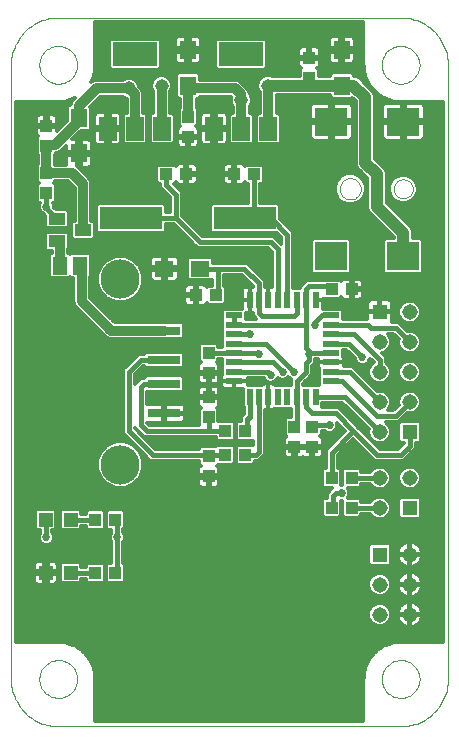
<source format=gtl>
G75*
G70*
%OFA0B0*%
%FSLAX24Y24*%
%IPPOS*%
%LPD*%
%AMOC8*
5,1,8,0,0,1.08239X$1,22.5*
%
%ADD10R,0.0197X0.0571*%
%ADD11R,0.0571X0.0197*%
%ADD12R,0.1110X0.0315*%
%ADD13C,0.1306*%
%ADD14R,0.0394X0.0433*%
%ADD15R,0.0512X0.0591*%
%ADD16R,0.0591X0.0787*%
%ADD17R,0.1496X0.0787*%
%ADD18R,0.0551X0.0630*%
%ADD19R,0.1102X0.0945*%
%ADD20C,0.0000*%
%ADD21R,0.0433X0.0394*%
%ADD22R,0.0551X0.0394*%
%ADD23R,0.0630X0.0551*%
%ADD24R,0.2100X0.0760*%
%ADD25R,0.0472X0.0472*%
%ADD26R,0.0515X0.0515*%
%ADD27C,0.0515*%
%ADD28C,0.0160*%
%ADD29C,0.0120*%
%ADD30C,0.0375*%
%ADD31C,0.0320*%
%ADD32C,0.0320*%
%ADD33C,0.0450*%
%ADD34C,0.0400*%
%ADD35C,0.0270*%
%ADD36C,0.0454*%
D10*
X010170Y015379D03*
X010485Y015379D03*
X010800Y015379D03*
X011115Y015379D03*
X011430Y015379D03*
X011745Y015379D03*
X012060Y015379D03*
X012375Y015379D03*
X012375Y018607D03*
X012060Y018607D03*
X011745Y018607D03*
X011430Y018607D03*
X011115Y018607D03*
X010800Y018607D03*
X010485Y018607D03*
X010170Y018607D03*
D11*
X009658Y018095D03*
X009658Y017780D03*
X009658Y017465D03*
X009658Y017150D03*
X009658Y016835D03*
X009658Y016520D03*
X009658Y016205D03*
X009658Y015890D03*
X012887Y015890D03*
X012887Y016205D03*
X012887Y016520D03*
X012887Y016835D03*
X012887Y017150D03*
X012887Y017465D03*
X012887Y017780D03*
X012887Y018095D03*
D12*
X007320Y017583D03*
X007320Y016599D03*
X007320Y015812D03*
X007320Y014827D03*
D13*
X005859Y013115D03*
X005859Y019296D03*
D14*
X003398Y022170D03*
X003398Y022839D03*
X003398Y023745D03*
X003398Y024414D03*
X008123Y024709D03*
X008123Y024040D03*
X012158Y026009D03*
X012158Y026678D03*
X008812Y016835D03*
X008812Y016166D03*
X008812Y015359D03*
X008812Y014690D03*
X009363Y014237D03*
X009363Y013449D03*
X008812Y013390D03*
X008812Y012721D03*
X010032Y013449D03*
X010032Y014237D03*
X011666Y014375D03*
X012257Y014375D03*
X012257Y013705D03*
X011666Y013705D03*
X012906Y012662D03*
X013576Y012662D03*
X013576Y011678D03*
X012906Y011678D03*
X005702Y011284D03*
X005032Y011284D03*
X005032Y009512D03*
X005702Y009512D03*
D15*
X004520Y019749D03*
X003851Y019749D03*
D16*
X005446Y024316D03*
X006351Y024316D03*
X007257Y024316D03*
X008989Y024316D03*
X009894Y024316D03*
X010800Y024316D03*
D17*
X009894Y026796D03*
X006351Y026796D03*
D18*
X008123Y026934D03*
X008123Y025753D03*
X004481Y024670D03*
X004481Y023489D03*
X013241Y025753D03*
X013241Y026934D03*
D19*
X012896Y024552D03*
X015298Y024552D03*
X015298Y020064D03*
X012896Y020064D03*
D20*
X015209Y004394D02*
X003792Y004394D01*
X003715Y004396D01*
X003638Y004402D01*
X003561Y004411D01*
X003485Y004424D01*
X003409Y004441D01*
X003335Y004462D01*
X003261Y004486D01*
X003189Y004514D01*
X003119Y004545D01*
X003050Y004580D01*
X002982Y004618D01*
X002917Y004659D01*
X002854Y004704D01*
X002793Y004752D01*
X002734Y004802D01*
X002678Y004855D01*
X002625Y004911D01*
X002575Y004970D01*
X002527Y005031D01*
X002482Y005094D01*
X002441Y005159D01*
X002403Y005227D01*
X002368Y005296D01*
X002337Y005366D01*
X002309Y005438D01*
X002285Y005512D01*
X002264Y005586D01*
X002247Y005662D01*
X002234Y005738D01*
X002225Y005815D01*
X002219Y005892D01*
X002217Y005969D01*
X002217Y026442D01*
X002219Y026519D01*
X002225Y026596D01*
X002234Y026673D01*
X002247Y026749D01*
X002264Y026825D01*
X002285Y026899D01*
X002309Y026973D01*
X002337Y027045D01*
X002368Y027115D01*
X002403Y027184D01*
X002441Y027252D01*
X002482Y027317D01*
X002527Y027380D01*
X002575Y027441D01*
X002625Y027500D01*
X002678Y027556D01*
X002734Y027609D01*
X002793Y027659D01*
X002854Y027707D01*
X002917Y027752D01*
X002982Y027793D01*
X003050Y027831D01*
X003119Y027866D01*
X003189Y027897D01*
X003261Y027925D01*
X003335Y027949D01*
X003409Y027970D01*
X003485Y027987D01*
X003561Y028000D01*
X003638Y028009D01*
X003715Y028015D01*
X003792Y028017D01*
X003792Y028016D02*
X015209Y028016D01*
X015209Y028017D02*
X015286Y028015D01*
X015363Y028009D01*
X015440Y028000D01*
X015516Y027987D01*
X015592Y027970D01*
X015666Y027949D01*
X015740Y027925D01*
X015812Y027897D01*
X015882Y027866D01*
X015951Y027831D01*
X016019Y027793D01*
X016084Y027752D01*
X016147Y027707D01*
X016208Y027659D01*
X016267Y027609D01*
X016323Y027556D01*
X016376Y027500D01*
X016426Y027441D01*
X016474Y027380D01*
X016519Y027317D01*
X016560Y027252D01*
X016598Y027184D01*
X016633Y027115D01*
X016664Y027045D01*
X016692Y026973D01*
X016716Y026899D01*
X016737Y026825D01*
X016754Y026749D01*
X016767Y026673D01*
X016776Y026596D01*
X016782Y026519D01*
X016784Y026442D01*
X016784Y005969D01*
X016782Y005892D01*
X016776Y005815D01*
X016767Y005738D01*
X016754Y005662D01*
X016737Y005586D01*
X016716Y005512D01*
X016692Y005438D01*
X016664Y005366D01*
X016633Y005296D01*
X016598Y005227D01*
X016560Y005159D01*
X016519Y005094D01*
X016474Y005031D01*
X016426Y004970D01*
X016376Y004911D01*
X016323Y004855D01*
X016267Y004802D01*
X016208Y004752D01*
X016147Y004704D01*
X016084Y004659D01*
X016019Y004618D01*
X015951Y004580D01*
X015882Y004545D01*
X015812Y004514D01*
X015740Y004486D01*
X015666Y004462D01*
X015592Y004441D01*
X015516Y004424D01*
X015440Y004411D01*
X015363Y004402D01*
X015286Y004396D01*
X015209Y004394D01*
X015286Y004396D01*
X015363Y004402D01*
X015440Y004411D01*
X015516Y004424D01*
X015592Y004441D01*
X015666Y004462D01*
X015740Y004486D01*
X015812Y004514D01*
X015882Y004545D01*
X015951Y004580D01*
X016019Y004618D01*
X016084Y004659D01*
X016147Y004704D01*
X016208Y004752D01*
X016267Y004802D01*
X016323Y004855D01*
X016376Y004911D01*
X016426Y004970D01*
X016474Y005031D01*
X016519Y005094D01*
X016560Y005159D01*
X016598Y005227D01*
X016633Y005296D01*
X016664Y005366D01*
X016692Y005438D01*
X016716Y005512D01*
X016737Y005586D01*
X016754Y005662D01*
X016767Y005738D01*
X016776Y005815D01*
X016782Y005892D01*
X016784Y005969D01*
X014579Y005969D02*
X014581Y006019D01*
X014587Y006069D01*
X014597Y006118D01*
X014611Y006166D01*
X014628Y006213D01*
X014649Y006258D01*
X014674Y006302D01*
X014702Y006343D01*
X014734Y006382D01*
X014768Y006419D01*
X014805Y006453D01*
X014845Y006483D01*
X014887Y006510D01*
X014931Y006534D01*
X014977Y006555D01*
X015024Y006571D01*
X015072Y006584D01*
X015122Y006593D01*
X015171Y006598D01*
X015222Y006599D01*
X015272Y006596D01*
X015321Y006589D01*
X015370Y006578D01*
X015418Y006563D01*
X015464Y006545D01*
X015509Y006523D01*
X015552Y006497D01*
X015593Y006468D01*
X015632Y006436D01*
X015668Y006401D01*
X015700Y006363D01*
X015730Y006323D01*
X015757Y006280D01*
X015780Y006236D01*
X015799Y006190D01*
X015815Y006142D01*
X015827Y006093D01*
X015835Y006044D01*
X015839Y005994D01*
X015839Y005944D01*
X015835Y005894D01*
X015827Y005845D01*
X015815Y005796D01*
X015799Y005748D01*
X015780Y005702D01*
X015757Y005658D01*
X015730Y005615D01*
X015700Y005575D01*
X015668Y005537D01*
X015632Y005502D01*
X015593Y005470D01*
X015552Y005441D01*
X015509Y005415D01*
X015464Y005393D01*
X015418Y005375D01*
X015370Y005360D01*
X015321Y005349D01*
X015272Y005342D01*
X015222Y005339D01*
X015171Y005340D01*
X015122Y005345D01*
X015072Y005354D01*
X015024Y005367D01*
X014977Y005383D01*
X014931Y005404D01*
X014887Y005428D01*
X014845Y005455D01*
X014805Y005485D01*
X014768Y005519D01*
X014734Y005556D01*
X014702Y005595D01*
X014674Y005636D01*
X014649Y005680D01*
X014628Y005725D01*
X014611Y005772D01*
X014597Y005820D01*
X014587Y005869D01*
X014581Y005919D01*
X014579Y005969D01*
X003792Y004394D02*
X003715Y004396D01*
X003638Y004402D01*
X003561Y004411D01*
X003485Y004424D01*
X003409Y004441D01*
X003335Y004462D01*
X003261Y004486D01*
X003189Y004514D01*
X003119Y004545D01*
X003050Y004580D01*
X002982Y004618D01*
X002917Y004659D01*
X002854Y004704D01*
X002793Y004752D01*
X002734Y004802D01*
X002678Y004855D01*
X002625Y004911D01*
X002575Y004970D01*
X002527Y005031D01*
X002482Y005094D01*
X002441Y005159D01*
X002403Y005227D01*
X002368Y005296D01*
X002337Y005366D01*
X002309Y005438D01*
X002285Y005512D01*
X002264Y005586D01*
X002247Y005662D01*
X002234Y005738D01*
X002225Y005815D01*
X002219Y005892D01*
X002217Y005969D01*
X003162Y005969D02*
X003164Y006019D01*
X003170Y006069D01*
X003180Y006118D01*
X003194Y006166D01*
X003211Y006213D01*
X003232Y006258D01*
X003257Y006302D01*
X003285Y006343D01*
X003317Y006382D01*
X003351Y006419D01*
X003388Y006453D01*
X003428Y006483D01*
X003470Y006510D01*
X003514Y006534D01*
X003560Y006555D01*
X003607Y006571D01*
X003655Y006584D01*
X003705Y006593D01*
X003754Y006598D01*
X003805Y006599D01*
X003855Y006596D01*
X003904Y006589D01*
X003953Y006578D01*
X004001Y006563D01*
X004047Y006545D01*
X004092Y006523D01*
X004135Y006497D01*
X004176Y006468D01*
X004215Y006436D01*
X004251Y006401D01*
X004283Y006363D01*
X004313Y006323D01*
X004340Y006280D01*
X004363Y006236D01*
X004382Y006190D01*
X004398Y006142D01*
X004410Y006093D01*
X004418Y006044D01*
X004422Y005994D01*
X004422Y005944D01*
X004418Y005894D01*
X004410Y005845D01*
X004398Y005796D01*
X004382Y005748D01*
X004363Y005702D01*
X004340Y005658D01*
X004313Y005615D01*
X004283Y005575D01*
X004251Y005537D01*
X004215Y005502D01*
X004176Y005470D01*
X004135Y005441D01*
X004092Y005415D01*
X004047Y005393D01*
X004001Y005375D01*
X003953Y005360D01*
X003904Y005349D01*
X003855Y005342D01*
X003805Y005339D01*
X003754Y005340D01*
X003705Y005345D01*
X003655Y005354D01*
X003607Y005367D01*
X003560Y005383D01*
X003514Y005404D01*
X003470Y005428D01*
X003428Y005455D01*
X003388Y005485D01*
X003351Y005519D01*
X003317Y005556D01*
X003285Y005595D01*
X003257Y005636D01*
X003232Y005680D01*
X003211Y005725D01*
X003194Y005772D01*
X003180Y005820D01*
X003170Y005869D01*
X003164Y005919D01*
X003162Y005969D01*
X013172Y022308D02*
X013174Y022345D01*
X013180Y022382D01*
X013189Y022417D01*
X013203Y022452D01*
X013219Y022485D01*
X013240Y022516D01*
X013263Y022545D01*
X013289Y022571D01*
X013318Y022594D01*
X013349Y022615D01*
X013382Y022631D01*
X013417Y022645D01*
X013452Y022654D01*
X013489Y022660D01*
X013526Y022662D01*
X013563Y022660D01*
X013600Y022654D01*
X013635Y022645D01*
X013670Y022631D01*
X013703Y022615D01*
X013734Y022594D01*
X013763Y022571D01*
X013789Y022545D01*
X013812Y022516D01*
X013833Y022485D01*
X013849Y022452D01*
X013863Y022417D01*
X013872Y022382D01*
X013878Y022345D01*
X013880Y022308D01*
X013878Y022271D01*
X013872Y022234D01*
X013863Y022199D01*
X013849Y022164D01*
X013833Y022131D01*
X013812Y022100D01*
X013789Y022071D01*
X013763Y022045D01*
X013734Y022022D01*
X013703Y022001D01*
X013670Y021985D01*
X013635Y021971D01*
X013600Y021962D01*
X013563Y021956D01*
X013526Y021954D01*
X013489Y021956D01*
X013452Y021962D01*
X013417Y021971D01*
X013382Y021985D01*
X013349Y022001D01*
X013318Y022022D01*
X013289Y022045D01*
X013263Y022071D01*
X013240Y022100D01*
X013219Y022131D01*
X013203Y022164D01*
X013189Y022199D01*
X013180Y022234D01*
X013174Y022271D01*
X013172Y022308D01*
X014983Y022308D02*
X014985Y022343D01*
X014991Y022378D01*
X015001Y022412D01*
X015014Y022445D01*
X015031Y022476D01*
X015052Y022504D01*
X015075Y022531D01*
X015102Y022554D01*
X015130Y022575D01*
X015161Y022592D01*
X015194Y022605D01*
X015228Y022615D01*
X015263Y022621D01*
X015298Y022623D01*
X015333Y022621D01*
X015368Y022615D01*
X015402Y022605D01*
X015435Y022592D01*
X015466Y022575D01*
X015494Y022554D01*
X015521Y022531D01*
X015544Y022504D01*
X015565Y022476D01*
X015582Y022445D01*
X015595Y022412D01*
X015605Y022378D01*
X015611Y022343D01*
X015613Y022308D01*
X015611Y022273D01*
X015605Y022238D01*
X015595Y022204D01*
X015582Y022171D01*
X015565Y022140D01*
X015544Y022112D01*
X015521Y022085D01*
X015494Y022062D01*
X015466Y022041D01*
X015435Y022024D01*
X015402Y022011D01*
X015368Y022001D01*
X015333Y021995D01*
X015298Y021993D01*
X015263Y021995D01*
X015228Y022001D01*
X015194Y022011D01*
X015161Y022024D01*
X015130Y022041D01*
X015102Y022062D01*
X015075Y022085D01*
X015052Y022112D01*
X015031Y022140D01*
X015014Y022171D01*
X015001Y022204D01*
X014991Y022238D01*
X014985Y022273D01*
X014983Y022308D01*
X016784Y026442D02*
X016782Y026519D01*
X016776Y026596D01*
X016767Y026673D01*
X016754Y026749D01*
X016737Y026825D01*
X016716Y026899D01*
X016692Y026973D01*
X016664Y027045D01*
X016633Y027115D01*
X016598Y027184D01*
X016560Y027252D01*
X016519Y027317D01*
X016474Y027380D01*
X016426Y027441D01*
X016376Y027500D01*
X016323Y027556D01*
X016267Y027609D01*
X016208Y027659D01*
X016147Y027707D01*
X016084Y027752D01*
X016019Y027793D01*
X015951Y027831D01*
X015882Y027866D01*
X015812Y027897D01*
X015740Y027925D01*
X015666Y027949D01*
X015592Y027970D01*
X015516Y027987D01*
X015440Y028000D01*
X015363Y028009D01*
X015286Y028015D01*
X015209Y028017D01*
X014579Y026442D02*
X014581Y026492D01*
X014587Y026542D01*
X014597Y026591D01*
X014611Y026639D01*
X014628Y026686D01*
X014649Y026731D01*
X014674Y026775D01*
X014702Y026816D01*
X014734Y026855D01*
X014768Y026892D01*
X014805Y026926D01*
X014845Y026956D01*
X014887Y026983D01*
X014931Y027007D01*
X014977Y027028D01*
X015024Y027044D01*
X015072Y027057D01*
X015122Y027066D01*
X015171Y027071D01*
X015222Y027072D01*
X015272Y027069D01*
X015321Y027062D01*
X015370Y027051D01*
X015418Y027036D01*
X015464Y027018D01*
X015509Y026996D01*
X015552Y026970D01*
X015593Y026941D01*
X015632Y026909D01*
X015668Y026874D01*
X015700Y026836D01*
X015730Y026796D01*
X015757Y026753D01*
X015780Y026709D01*
X015799Y026663D01*
X015815Y026615D01*
X015827Y026566D01*
X015835Y026517D01*
X015839Y026467D01*
X015839Y026417D01*
X015835Y026367D01*
X015827Y026318D01*
X015815Y026269D01*
X015799Y026221D01*
X015780Y026175D01*
X015757Y026131D01*
X015730Y026088D01*
X015700Y026048D01*
X015668Y026010D01*
X015632Y025975D01*
X015593Y025943D01*
X015552Y025914D01*
X015509Y025888D01*
X015464Y025866D01*
X015418Y025848D01*
X015370Y025833D01*
X015321Y025822D01*
X015272Y025815D01*
X015222Y025812D01*
X015171Y025813D01*
X015122Y025818D01*
X015072Y025827D01*
X015024Y025840D01*
X014977Y025856D01*
X014931Y025877D01*
X014887Y025901D01*
X014845Y025928D01*
X014805Y025958D01*
X014768Y025992D01*
X014734Y026029D01*
X014702Y026068D01*
X014674Y026109D01*
X014649Y026153D01*
X014628Y026198D01*
X014611Y026245D01*
X014597Y026293D01*
X014587Y026342D01*
X014581Y026392D01*
X014579Y026442D01*
X003792Y028017D02*
X003715Y028015D01*
X003638Y028009D01*
X003561Y028000D01*
X003485Y027987D01*
X003409Y027970D01*
X003335Y027949D01*
X003261Y027925D01*
X003189Y027897D01*
X003119Y027866D01*
X003050Y027831D01*
X002982Y027793D01*
X002917Y027752D01*
X002854Y027707D01*
X002793Y027659D01*
X002734Y027609D01*
X002678Y027556D01*
X002625Y027500D01*
X002575Y027441D01*
X002527Y027380D01*
X002482Y027317D01*
X002441Y027252D01*
X002403Y027184D01*
X002368Y027115D01*
X002337Y027045D01*
X002309Y026973D01*
X002285Y026899D01*
X002264Y026825D01*
X002247Y026749D01*
X002234Y026673D01*
X002225Y026596D01*
X002219Y026519D01*
X002217Y026442D01*
X003162Y026442D02*
X003164Y026492D01*
X003170Y026542D01*
X003180Y026591D01*
X003194Y026639D01*
X003211Y026686D01*
X003232Y026731D01*
X003257Y026775D01*
X003285Y026816D01*
X003317Y026855D01*
X003351Y026892D01*
X003388Y026926D01*
X003428Y026956D01*
X003470Y026983D01*
X003514Y027007D01*
X003560Y027028D01*
X003607Y027044D01*
X003655Y027057D01*
X003705Y027066D01*
X003754Y027071D01*
X003805Y027072D01*
X003855Y027069D01*
X003904Y027062D01*
X003953Y027051D01*
X004001Y027036D01*
X004047Y027018D01*
X004092Y026996D01*
X004135Y026970D01*
X004176Y026941D01*
X004215Y026909D01*
X004251Y026874D01*
X004283Y026836D01*
X004313Y026796D01*
X004340Y026753D01*
X004363Y026709D01*
X004382Y026663D01*
X004398Y026615D01*
X004410Y026566D01*
X004418Y026517D01*
X004422Y026467D01*
X004422Y026417D01*
X004418Y026367D01*
X004410Y026318D01*
X004398Y026269D01*
X004382Y026221D01*
X004363Y026175D01*
X004340Y026131D01*
X004313Y026088D01*
X004283Y026048D01*
X004251Y026010D01*
X004215Y025975D01*
X004176Y025943D01*
X004135Y025914D01*
X004092Y025888D01*
X004047Y025866D01*
X004001Y025848D01*
X003953Y025833D01*
X003904Y025822D01*
X003855Y025815D01*
X003805Y025812D01*
X003754Y025813D01*
X003705Y025818D01*
X003655Y025827D01*
X003607Y025840D01*
X003560Y025856D01*
X003514Y025877D01*
X003470Y025901D01*
X003428Y025928D01*
X003388Y025958D01*
X003351Y025992D01*
X003317Y026029D01*
X003285Y026068D01*
X003257Y026109D01*
X003232Y026153D01*
X003211Y026198D01*
X003194Y026245D01*
X003180Y026293D01*
X003170Y026342D01*
X003164Y026392D01*
X003162Y026442D01*
D21*
X007394Y022800D03*
X008064Y022800D03*
X009658Y022800D03*
X010328Y022800D03*
X009048Y018764D03*
X008379Y018764D03*
X012906Y018961D03*
X013576Y018961D03*
D22*
X004619Y020930D03*
X003753Y021304D03*
X003753Y020556D03*
D23*
X007335Y019650D03*
X008517Y019650D03*
D24*
X010023Y021323D03*
X006223Y021323D03*
D25*
X004206Y011284D03*
X003379Y011284D03*
X003379Y009512D03*
X004206Y009512D03*
D26*
X014513Y010119D03*
X015513Y011670D03*
X015513Y014205D03*
X014513Y018205D03*
D27*
X014513Y017205D03*
X014513Y016205D03*
X014513Y015205D03*
X015513Y015205D03*
X015513Y016205D03*
X015513Y017205D03*
X015513Y018205D03*
X014513Y014205D03*
X014513Y012670D03*
X015513Y012670D03*
X014513Y011670D03*
X015513Y010119D03*
X015513Y009119D03*
X015513Y008119D03*
X014513Y008119D03*
X014513Y009119D03*
D28*
X014513Y011670D02*
X014505Y011678D01*
X013576Y011678D01*
X013241Y012170D02*
X013044Y012170D01*
X012946Y012071D01*
X012946Y011717D01*
X012906Y011678D01*
X012906Y012662D02*
X012906Y013509D01*
X013635Y014237D01*
X014422Y013449D01*
X015209Y013449D01*
X015513Y013753D01*
X015513Y014205D01*
X015036Y014729D02*
X015513Y015205D01*
X015036Y014729D02*
X014422Y014729D01*
X013261Y015890D01*
X012887Y015890D01*
X012887Y016205D02*
X013513Y016205D01*
X014513Y015205D01*
X014513Y016205D02*
X014513Y016607D01*
X013654Y017465D01*
X012887Y017465D01*
X012887Y017150D02*
X013477Y017150D01*
X013930Y016697D01*
X014225Y017682D02*
X015036Y017682D01*
X015513Y017205D01*
X014225Y017682D02*
X014127Y017780D01*
X012887Y017780D01*
X012887Y018095D02*
X012572Y018095D01*
X012355Y017879D01*
X012355Y017780D01*
X012060Y017780D02*
X009658Y017780D01*
X009658Y018095D01*
X009658Y017465D02*
X010170Y017465D01*
X010190Y017485D01*
X010721Y017150D02*
X011666Y016205D01*
X011745Y015890D02*
X012060Y016205D01*
X012060Y016501D01*
X012158Y016599D01*
X012158Y016796D01*
X012158Y016894D01*
X012060Y016993D01*
X012060Y017780D01*
X012060Y018607D01*
X012060Y018961D01*
X012158Y019060D01*
X012808Y019060D01*
X012906Y018961D01*
X011745Y018607D02*
X011745Y018154D01*
X011666Y018075D01*
X010583Y018075D01*
X010485Y018174D01*
X010485Y018607D01*
X010485Y019158D01*
X009993Y019650D01*
X009107Y019650D01*
X009107Y018764D01*
X009048Y018764D01*
X009107Y019650D02*
X008517Y019650D01*
X008517Y020536D02*
X007729Y021323D01*
X007729Y022111D01*
X007394Y022446D01*
X007394Y022800D01*
X007729Y021323D02*
X006223Y021323D01*
X008517Y020536D02*
X010879Y020536D01*
X011115Y020300D01*
X011115Y018607D01*
X011430Y018607D02*
X011430Y020772D01*
X010879Y021323D01*
X010485Y021323D01*
X010328Y021481D01*
X010328Y022800D01*
X010485Y021323D02*
X010023Y021323D01*
X009658Y017150D02*
X010721Y017150D01*
X010446Y016835D02*
X010485Y016796D01*
X010446Y016835D02*
X009658Y016835D01*
X008812Y016835D01*
X009658Y016520D02*
X010957Y016520D01*
X011272Y016205D01*
X010879Y016107D02*
X010780Y016205D01*
X009658Y016205D01*
X010170Y015379D02*
X010170Y014709D01*
X010091Y014631D01*
X010091Y014296D01*
X010032Y014237D01*
X010032Y013449D02*
X010387Y013449D01*
X010485Y013548D01*
X010485Y015379D01*
X011745Y015379D02*
X011745Y014453D01*
X011666Y014375D01*
X012257Y014375D02*
X012257Y014434D01*
X012847Y014434D01*
X013044Y014827D02*
X013635Y014237D01*
X013044Y014827D02*
X012257Y014827D01*
X012060Y015024D01*
X012060Y015379D01*
X012375Y015379D02*
X013339Y015379D01*
X014513Y014205D01*
X014513Y012670D02*
X014505Y012662D01*
X013576Y012662D01*
X011745Y015379D02*
X011745Y015890D01*
X012158Y016796D02*
X012198Y016835D01*
X012887Y016835D01*
X009363Y014237D02*
X008812Y014237D01*
X008812Y014690D01*
X008812Y014237D02*
X006745Y014237D01*
X006548Y014434D01*
X006548Y015713D01*
X006646Y015812D01*
X007320Y015812D01*
X007320Y016599D02*
X006548Y016599D01*
X006154Y016205D01*
X006154Y014237D01*
X006942Y013449D01*
X008812Y013449D01*
X008812Y013390D01*
X008871Y013449D01*
X009363Y013449D01*
X005761Y011225D02*
X005761Y010694D01*
X005761Y009512D01*
X005702Y009512D01*
X005032Y009512D02*
X004206Y009512D01*
X003398Y010694D02*
X003398Y011284D01*
X003379Y011284D01*
X004206Y011284D02*
X005032Y011284D01*
X005702Y011284D02*
X005761Y011225D01*
X003753Y021304D02*
X003398Y021658D01*
X003398Y021717D01*
X003398Y022170D01*
D29*
X003082Y022176D02*
X002377Y022176D01*
X002377Y022294D02*
X003082Y022294D01*
X003082Y022413D02*
X002377Y022413D01*
X002377Y022531D02*
X003123Y022531D01*
X003150Y022505D02*
X003082Y022436D01*
X003082Y021904D01*
X003152Y021833D01*
X003171Y021833D01*
X003143Y021768D01*
X003143Y021666D01*
X003182Y021573D01*
X003254Y021501D01*
X003286Y021488D01*
X003316Y021458D01*
X003357Y021416D01*
X003357Y021057D01*
X003427Y020987D01*
X004078Y020987D01*
X004148Y021057D01*
X004148Y021550D01*
X004078Y021621D01*
X003719Y021621D01*
X003653Y021686D01*
X003653Y021768D01*
X003626Y021833D01*
X003645Y021833D01*
X003715Y021904D01*
X003715Y022436D01*
X003647Y022505D01*
X003701Y022559D01*
X004129Y022559D01*
X004339Y022349D01*
X004339Y021247D01*
X004294Y021247D01*
X004223Y021176D01*
X004223Y020683D01*
X004294Y020613D01*
X004944Y020613D01*
X005014Y020683D01*
X005014Y021176D01*
X004944Y021247D01*
X004899Y021247D01*
X004899Y022521D01*
X004856Y022624D01*
X004777Y022703D01*
X004421Y023059D01*
X004421Y023429D01*
X004046Y023429D01*
X004046Y023153D01*
X004055Y023119D01*
X003701Y023119D01*
X003678Y023142D01*
X003678Y023442D01*
X003715Y023478D01*
X003715Y023504D01*
X003749Y023504D01*
X003852Y023547D01*
X004046Y023740D01*
X004046Y023549D01*
X004421Y023549D01*
X004421Y023964D01*
X004269Y023964D01*
X004541Y024235D01*
X004806Y024235D01*
X004877Y024305D01*
X004877Y025035D01*
X004862Y025049D01*
X005188Y025374D01*
X005946Y025374D01*
X005959Y025362D01*
X006071Y025315D01*
X006071Y024829D01*
X006006Y024829D01*
X005936Y024759D01*
X005936Y023872D01*
X006006Y023802D01*
X006696Y023802D01*
X006766Y023872D01*
X006766Y024759D01*
X006696Y024829D01*
X006631Y024829D01*
X006631Y025402D01*
X006631Y025513D01*
X006589Y025616D01*
X006499Y025705D01*
X006499Y025723D01*
X006447Y025850D01*
X006350Y025947D01*
X006223Y025999D01*
X006086Y025999D01*
X005959Y025947D01*
X005946Y025934D01*
X005127Y025934D01*
X005016Y025934D01*
X004913Y025891D01*
X004889Y025868D01*
X004910Y025905D01*
X004914Y025907D01*
X004921Y025926D01*
X004931Y025944D01*
X004930Y025949D01*
X004975Y026069D01*
X004979Y026072D01*
X004983Y026092D01*
X004990Y026111D01*
X004988Y026116D01*
X005016Y026241D01*
X005019Y026244D01*
X005021Y026265D01*
X005025Y026285D01*
X005022Y026289D01*
X005031Y026415D01*
X005033Y026417D01*
X005033Y026439D01*
X005035Y026462D01*
X005033Y026464D01*
X005033Y027856D01*
X013968Y027856D01*
X013968Y026464D01*
X013967Y026462D01*
X013968Y026439D01*
X013968Y026417D01*
X013970Y026415D01*
X013979Y026289D01*
X013976Y026285D01*
X013981Y026265D01*
X013982Y026244D01*
X013986Y026241D01*
X014013Y026116D01*
X014011Y026111D01*
X014018Y026092D01*
X014023Y026072D01*
X014027Y026069D01*
X014072Y025949D01*
X014071Y025944D01*
X014080Y025926D01*
X014088Y025907D01*
X014092Y025905D01*
X014154Y025792D01*
X014153Y025787D01*
X014165Y025770D01*
X014175Y025752D01*
X014180Y025751D01*
X014257Y025648D01*
X014257Y025643D01*
X014271Y025629D01*
X014284Y025612D01*
X014289Y025612D01*
X014379Y025521D01*
X014380Y025516D01*
X014397Y025504D01*
X014411Y025489D01*
X014416Y025489D01*
X014519Y025412D01*
X014520Y025407D01*
X014538Y025397D01*
X014555Y025385D01*
X014560Y025386D01*
X014673Y025324D01*
X014675Y025320D01*
X014694Y025313D01*
X014712Y025303D01*
X014717Y025304D01*
X014837Y025259D01*
X014840Y025255D01*
X014860Y025251D01*
X014879Y025243D01*
X014883Y025245D01*
X015009Y025218D01*
X015012Y025214D01*
X015033Y025213D01*
X015053Y025209D01*
X015057Y025211D01*
X015183Y025202D01*
X015185Y025200D01*
X015208Y025200D01*
X015230Y025199D01*
X015232Y025200D01*
X016624Y025200D01*
X016624Y007210D01*
X015232Y007210D01*
X015230Y007212D01*
X015207Y007210D01*
X015185Y007210D01*
X015183Y007208D01*
X015057Y007199D01*
X015053Y007202D01*
X015033Y007198D01*
X015012Y007196D01*
X015009Y007193D01*
X014883Y007165D01*
X014879Y007167D01*
X014860Y007160D01*
X014840Y007156D01*
X014837Y007152D01*
X014717Y007107D01*
X014712Y007108D01*
X014694Y007098D01*
X014675Y007091D01*
X014673Y007087D01*
X014560Y007025D01*
X014555Y007026D01*
X014538Y007013D01*
X014520Y007003D01*
X014519Y006999D01*
X014416Y006922D01*
X014411Y006922D01*
X014397Y006907D01*
X014380Y006895D01*
X014379Y006890D01*
X014289Y006799D01*
X014284Y006798D01*
X014271Y006782D01*
X014257Y006767D01*
X014257Y006763D01*
X014180Y006660D01*
X014175Y006658D01*
X014165Y006640D01*
X014153Y006624D01*
X014154Y006619D01*
X014092Y006506D01*
X014088Y006504D01*
X014080Y006485D01*
X014071Y006467D01*
X014072Y006462D01*
X014027Y006342D01*
X014023Y006339D01*
X014018Y006319D01*
X014011Y006300D01*
X014013Y006295D01*
X013986Y006169D01*
X013982Y006166D01*
X013981Y006146D01*
X013976Y006126D01*
X013979Y006122D01*
X013970Y005996D01*
X013968Y005994D01*
X013968Y005971D01*
X013967Y005949D01*
X013968Y005947D01*
X013968Y004554D01*
X005033Y004554D01*
X005033Y005947D01*
X005035Y005949D01*
X005033Y005971D01*
X005033Y005994D01*
X005031Y005996D01*
X005022Y006122D01*
X005025Y006126D01*
X005021Y006146D01*
X005019Y006166D01*
X005016Y006169D01*
X004988Y006295D01*
X004990Y006300D01*
X004983Y006319D01*
X004979Y006339D01*
X004975Y006342D01*
X004930Y006462D01*
X004931Y006467D01*
X004921Y006485D01*
X004914Y006504D01*
X004910Y006506D01*
X004848Y006619D01*
X004849Y006624D01*
X004836Y006640D01*
X004826Y006658D01*
X004822Y006660D01*
X004745Y006763D01*
X004745Y006767D01*
X004730Y006782D01*
X004718Y006798D01*
X004713Y006799D01*
X004622Y006890D01*
X004621Y006895D01*
X004605Y006907D01*
X004590Y006922D01*
X004586Y006922D01*
X004483Y006999D01*
X004481Y007003D01*
X004463Y007013D01*
X004447Y007026D01*
X004442Y007025D01*
X004329Y007087D01*
X004327Y007091D01*
X004308Y007098D01*
X004290Y007108D01*
X004285Y007107D01*
X004165Y007152D01*
X004162Y007156D01*
X004142Y007160D01*
X004123Y007167D01*
X004118Y007165D01*
X003992Y007193D01*
X003989Y007196D01*
X003969Y007198D01*
X003949Y007202D01*
X003945Y007199D01*
X003819Y007208D01*
X003817Y007210D01*
X003794Y007210D01*
X003772Y007212D01*
X003770Y007210D01*
X002377Y007210D01*
X002377Y025200D01*
X003770Y025200D01*
X003772Y025199D01*
X003794Y025200D01*
X003817Y025200D01*
X003819Y025202D01*
X003945Y025211D01*
X003949Y025209D01*
X003969Y025213D01*
X003989Y025214D01*
X003992Y025218D01*
X004118Y025245D01*
X004123Y025243D01*
X004142Y025251D01*
X004162Y025255D01*
X004165Y025259D01*
X004285Y025304D01*
X004290Y025303D01*
X004308Y025313D01*
X004327Y025320D01*
X004329Y025324D01*
X004366Y025344D01*
X004322Y025301D01*
X004244Y025222D01*
X004201Y025119D01*
X004201Y025105D01*
X004156Y025105D01*
X004086Y025035D01*
X004086Y024572D01*
X003755Y024242D01*
X003755Y024376D01*
X003437Y024376D01*
X003437Y024452D01*
X003755Y024452D01*
X003755Y024652D01*
X003744Y024692D01*
X003723Y024729D01*
X003694Y024759D01*
X003657Y024780D01*
X003616Y024791D01*
X003437Y024791D01*
X003437Y024453D01*
X003360Y024453D01*
X003360Y024791D01*
X003180Y024791D01*
X003140Y024780D01*
X003103Y024759D01*
X003074Y024729D01*
X003052Y024692D01*
X003042Y024652D01*
X003042Y024452D01*
X003360Y024452D01*
X003360Y024376D01*
X003042Y024376D01*
X003042Y024176D01*
X003052Y024136D01*
X003074Y024099D01*
X003103Y024069D01*
X003127Y024056D01*
X003082Y024011D01*
X003082Y023478D01*
X003118Y023442D01*
X003118Y023142D01*
X003082Y023105D01*
X003082Y022573D01*
X003150Y022505D01*
X003082Y022650D02*
X002377Y022650D01*
X002377Y022769D02*
X003082Y022769D01*
X003082Y022887D02*
X002377Y022887D01*
X002377Y023006D02*
X003082Y023006D01*
X003100Y023124D02*
X002377Y023124D01*
X002377Y023243D02*
X003118Y023243D01*
X003118Y023361D02*
X002377Y023361D01*
X002377Y023480D02*
X003082Y023480D01*
X003082Y023598D02*
X002377Y023598D01*
X002377Y023717D02*
X003082Y023717D01*
X003082Y023835D02*
X002377Y023835D01*
X002377Y023954D02*
X003082Y023954D01*
X003100Y024073D02*
X002377Y024073D01*
X002377Y024191D02*
X003042Y024191D01*
X003042Y024310D02*
X002377Y024310D01*
X002377Y024428D02*
X003360Y024428D01*
X003437Y024428D02*
X003942Y024428D01*
X003823Y024310D02*
X003755Y024310D01*
X003755Y024547D02*
X004060Y024547D01*
X004086Y024665D02*
X003752Y024665D01*
X003641Y024784D02*
X004086Y024784D01*
X004086Y024902D02*
X002377Y024902D01*
X002377Y024784D02*
X003155Y024784D01*
X003045Y024665D02*
X002377Y024665D01*
X002377Y024547D02*
X003042Y024547D01*
X003360Y024547D02*
X003437Y024547D01*
X003437Y024665D02*
X003360Y024665D01*
X003360Y024784D02*
X003437Y024784D01*
X004086Y025021D02*
X002377Y025021D01*
X002377Y025139D02*
X004209Y025139D01*
X004164Y025258D02*
X004279Y025258D01*
X004877Y025021D02*
X006071Y025021D01*
X006071Y025139D02*
X004953Y025139D01*
X005071Y025258D02*
X006071Y025258D01*
X006071Y024902D02*
X004877Y024902D01*
X004877Y024784D02*
X005009Y024784D01*
X005001Y024771D02*
X004990Y024730D01*
X004990Y024375D01*
X005386Y024375D01*
X005386Y024256D01*
X005386Y024255D02*
X005506Y024255D01*
X005506Y023762D01*
X005762Y023762D01*
X005803Y023773D01*
X005839Y023794D01*
X005869Y023824D01*
X005890Y023860D01*
X005901Y023901D01*
X005901Y024256D01*
X005506Y024256D01*
X005506Y024375D01*
X005901Y024375D01*
X005901Y024730D01*
X005890Y024771D01*
X005869Y024808D01*
X005839Y024837D01*
X005803Y024858D01*
X005762Y024869D01*
X005506Y024869D01*
X005506Y024376D01*
X005386Y024376D01*
X005386Y024869D01*
X005129Y024869D01*
X005089Y024858D01*
X005052Y024837D01*
X005022Y024808D01*
X005001Y024771D01*
X004990Y024665D02*
X004877Y024665D01*
X004877Y024547D02*
X004990Y024547D01*
X004990Y024428D02*
X004877Y024428D01*
X004877Y024310D02*
X005386Y024310D01*
X005386Y024256D02*
X004990Y024256D01*
X004990Y023901D01*
X005001Y023860D01*
X005022Y023824D01*
X005052Y023794D01*
X005089Y023773D01*
X005129Y023762D01*
X005386Y023762D01*
X005386Y024255D01*
X005386Y024191D02*
X005506Y024191D01*
X005506Y024073D02*
X005386Y024073D01*
X005386Y023954D02*
X005506Y023954D01*
X005506Y023835D02*
X005386Y023835D01*
X005016Y023835D02*
X004914Y023835D01*
X004917Y023825D02*
X004906Y023866D01*
X004885Y023902D01*
X004855Y023932D01*
X004818Y023953D01*
X004778Y023964D01*
X004541Y023964D01*
X004541Y023549D01*
X004421Y023549D01*
X004421Y023429D01*
X004541Y023429D01*
X004541Y023549D01*
X004917Y023549D01*
X004917Y023825D01*
X004917Y023717D02*
X007806Y023717D01*
X007798Y023725D02*
X007828Y023695D01*
X007864Y023674D01*
X007905Y023663D01*
X008084Y023663D01*
X008084Y024001D01*
X008161Y024001D01*
X008161Y023663D01*
X008341Y023663D01*
X008381Y023674D01*
X008418Y023695D01*
X008448Y023725D01*
X008469Y023762D01*
X008480Y023802D01*
X008480Y024001D01*
X008161Y024001D01*
X008161Y024078D01*
X008480Y024078D01*
X008480Y024278D01*
X008469Y024318D01*
X008448Y024355D01*
X008418Y024385D01*
X008395Y024398D01*
X008440Y024443D01*
X008440Y024976D01*
X008403Y025012D01*
X008403Y025318D01*
X008448Y025318D01*
X008505Y025374D01*
X009566Y025374D01*
X009548Y025329D01*
X009548Y025191D01*
X009601Y025064D01*
X009614Y025050D01*
X009614Y024829D01*
X009549Y024829D01*
X009479Y024759D01*
X009479Y023872D01*
X009549Y023802D01*
X010239Y023802D01*
X010310Y023872D01*
X010310Y024759D01*
X010239Y024829D01*
X010174Y024829D01*
X010174Y025050D01*
X010188Y025064D01*
X010241Y025191D01*
X010241Y025329D01*
X010188Y025457D01*
X010174Y025471D01*
X010174Y025513D01*
X010132Y025616D01*
X009935Y025813D01*
X009856Y025891D01*
X009753Y025934D01*
X008518Y025934D01*
X008518Y026117D01*
X008448Y026188D01*
X007798Y026188D01*
X007727Y026117D01*
X007727Y025388D01*
X007798Y025318D01*
X007843Y025318D01*
X007843Y025012D01*
X007806Y024976D01*
X007806Y024443D01*
X007851Y024398D01*
X007828Y024385D01*
X007798Y024355D01*
X007777Y024318D01*
X007766Y024278D01*
X007766Y024078D01*
X008084Y024078D01*
X008084Y024001D01*
X007766Y024001D01*
X007766Y023802D01*
X007777Y023762D01*
X007798Y023725D01*
X007766Y023835D02*
X007635Y023835D01*
X007602Y023802D02*
X007672Y023872D01*
X007672Y024759D01*
X007602Y024829D01*
X007517Y024829D01*
X007517Y025545D01*
X007529Y025557D01*
X007582Y025684D01*
X007582Y025821D01*
X007529Y025948D01*
X007432Y026045D01*
X007306Y026098D01*
X007168Y026098D01*
X007042Y026045D01*
X006945Y025948D01*
X006892Y025821D01*
X006892Y025684D01*
X006945Y025557D01*
X006957Y025545D01*
X006957Y024829D01*
X006912Y024829D01*
X006841Y024759D01*
X006841Y023872D01*
X006912Y023802D01*
X007602Y023802D01*
X007672Y023954D02*
X007766Y023954D01*
X007672Y024073D02*
X008084Y024073D01*
X008161Y024073D02*
X008534Y024073D01*
X008534Y024191D02*
X008480Y024191D01*
X008534Y024256D02*
X008534Y023901D01*
X008545Y023860D01*
X008566Y023824D01*
X008595Y023794D01*
X008632Y023773D01*
X008673Y023762D01*
X008929Y023762D01*
X008929Y024255D01*
X009049Y024255D01*
X009049Y023762D01*
X009305Y023762D01*
X009346Y023773D01*
X009382Y023794D01*
X009412Y023824D01*
X009433Y023860D01*
X009444Y023901D01*
X009444Y024256D01*
X009049Y024256D01*
X009049Y024375D01*
X009444Y024375D01*
X009444Y024730D01*
X009433Y024771D01*
X009412Y024808D01*
X009382Y024837D01*
X009346Y024858D01*
X009305Y024869D01*
X009049Y024869D01*
X009049Y024376D01*
X008929Y024376D01*
X008929Y024869D01*
X008673Y024869D01*
X008632Y024858D01*
X008595Y024837D01*
X008566Y024808D01*
X008545Y024771D01*
X008534Y024730D01*
X008534Y024375D01*
X008929Y024375D01*
X008929Y024256D01*
X008534Y024256D01*
X008471Y024310D02*
X008929Y024310D01*
X008929Y024428D02*
X009049Y024428D01*
X009049Y024310D02*
X009479Y024310D01*
X009479Y024428D02*
X009444Y024428D01*
X009444Y024547D02*
X009479Y024547D01*
X009479Y024665D02*
X009444Y024665D01*
X009426Y024784D02*
X009504Y024784D01*
X009614Y024902D02*
X008440Y024902D01*
X008440Y024784D02*
X008552Y024784D01*
X008534Y024665D02*
X008440Y024665D01*
X008440Y024547D02*
X008534Y024547D01*
X008534Y024428D02*
X008425Y024428D01*
X008480Y023954D02*
X008534Y023954D01*
X008559Y023835D02*
X008480Y023835D01*
X008439Y023717D02*
X013708Y023717D01*
X013708Y023835D02*
X011179Y023835D01*
X011145Y023802D02*
X011215Y023872D01*
X011215Y024759D01*
X011145Y024829D01*
X011080Y024829D01*
X011080Y025091D01*
X011082Y025096D01*
X011080Y025147D01*
X011080Y025198D01*
X011078Y025202D01*
X011071Y025433D01*
X012124Y025433D01*
X012845Y025433D01*
X012845Y025388D01*
X012916Y025318D01*
X013566Y025318D01*
X013592Y025343D01*
X013708Y025226D01*
X013708Y023122D01*
X013757Y023004D01*
X013847Y022914D01*
X014102Y022659D01*
X014102Y021653D01*
X014151Y021536D01*
X014241Y021446D01*
X014978Y020709D01*
X014978Y020656D01*
X014697Y020656D01*
X014627Y020586D01*
X014627Y019541D01*
X014697Y019471D01*
X015899Y019471D01*
X015969Y019541D01*
X015969Y020586D01*
X015899Y020656D01*
X015618Y020656D01*
X015618Y020777D01*
X015618Y020905D01*
X015569Y021022D01*
X014742Y021850D01*
X014742Y022728D01*
X014742Y022856D01*
X014693Y022973D01*
X014348Y023318D01*
X014348Y025295D01*
X014348Y025423D01*
X014300Y025540D01*
X013906Y025934D01*
X013816Y026024D01*
X013698Y026073D01*
X013636Y026073D01*
X013636Y026117D01*
X013566Y026188D01*
X012916Y026188D01*
X012845Y026117D01*
X012845Y026073D01*
X012475Y026073D01*
X012475Y026275D01*
X012430Y026320D01*
X012453Y026333D01*
X012483Y026363D01*
X012504Y026399D01*
X012515Y026440D01*
X012515Y026639D01*
X012197Y026639D01*
X012197Y026716D01*
X012515Y026716D01*
X012515Y026915D01*
X012504Y026956D01*
X012483Y026993D01*
X012453Y027022D01*
X012417Y027043D01*
X012376Y027054D01*
X012197Y027054D01*
X012197Y026716D01*
X012120Y026716D01*
X012120Y026639D01*
X011801Y026639D01*
X011801Y026440D01*
X011812Y026399D01*
X011833Y026363D01*
X011863Y026333D01*
X011886Y026320D01*
X011841Y026275D01*
X011841Y026073D01*
X010909Y026073D01*
X010849Y026098D01*
X010712Y026098D01*
X010585Y026045D01*
X010488Y025948D01*
X010435Y025821D01*
X010435Y025684D01*
X010488Y025557D01*
X010507Y025538D01*
X010520Y025137D01*
X010520Y024829D01*
X010455Y024829D01*
X010385Y024759D01*
X010385Y023872D01*
X010455Y023802D01*
X011145Y023802D01*
X011215Y023954D02*
X012244Y023954D01*
X012247Y023951D02*
X012284Y023930D01*
X012324Y023919D01*
X012836Y023919D01*
X012836Y024492D01*
X012185Y024492D01*
X012185Y024058D01*
X012196Y024018D01*
X012217Y023981D01*
X012247Y023951D01*
X012185Y024073D02*
X011215Y024073D01*
X011215Y024191D02*
X012185Y024191D01*
X012185Y024310D02*
X011215Y024310D01*
X011215Y024428D02*
X012185Y024428D01*
X012185Y024612D02*
X012185Y025045D01*
X012196Y025086D01*
X012217Y025122D01*
X012247Y025152D01*
X012284Y025173D01*
X012324Y025184D01*
X012836Y025184D01*
X012836Y024612D01*
X012836Y024492D01*
X012956Y024492D01*
X012956Y023919D01*
X013469Y023919D01*
X013509Y023930D01*
X013546Y023951D01*
X013576Y023981D01*
X013597Y024018D01*
X013608Y024058D01*
X013608Y024492D01*
X012957Y024492D01*
X012957Y024612D01*
X013608Y024612D01*
X013608Y025045D01*
X013597Y025086D01*
X013576Y025122D01*
X013546Y025152D01*
X013509Y025173D01*
X013469Y025184D01*
X012956Y025184D01*
X012956Y024612D01*
X012836Y024612D01*
X012185Y024612D01*
X012185Y024665D02*
X011215Y024665D01*
X011215Y024547D02*
X012836Y024547D01*
X012836Y024665D02*
X012956Y024665D01*
X012957Y024547D02*
X013708Y024547D01*
X013708Y024665D02*
X013608Y024665D01*
X013608Y024784D02*
X013708Y024784D01*
X013708Y024902D02*
X013608Y024902D01*
X013608Y025021D02*
X013708Y025021D01*
X013708Y025139D02*
X013559Y025139D01*
X013677Y025258D02*
X011076Y025258D01*
X011073Y025376D02*
X012857Y025376D01*
X012836Y025139D02*
X012956Y025139D01*
X012956Y025021D02*
X012836Y025021D01*
X012836Y024902D02*
X012956Y024902D01*
X012956Y024784D02*
X012836Y024784D01*
X012836Y024428D02*
X012956Y024428D01*
X012956Y024310D02*
X012836Y024310D01*
X012836Y024191D02*
X012956Y024191D01*
X012956Y024073D02*
X012836Y024073D01*
X012836Y023954D02*
X012956Y023954D01*
X013549Y023954D02*
X013708Y023954D01*
X013708Y024073D02*
X013608Y024073D01*
X013608Y024191D02*
X013708Y024191D01*
X013708Y024310D02*
X013608Y024310D01*
X013608Y024428D02*
X013708Y024428D01*
X014348Y024428D02*
X014587Y024428D01*
X014587Y024492D02*
X014587Y024058D01*
X014598Y024018D01*
X014619Y023981D01*
X014649Y023951D01*
X014685Y023930D01*
X014726Y023919D01*
X015238Y023919D01*
X015238Y024492D01*
X014587Y024492D01*
X014587Y024612D02*
X014587Y025045D01*
X014598Y025086D01*
X014619Y025122D01*
X014649Y025152D01*
X014685Y025173D01*
X014726Y025184D01*
X015238Y025184D01*
X015238Y024612D01*
X015358Y024612D01*
X015358Y025184D01*
X015870Y025184D01*
X015911Y025173D01*
X015947Y025152D01*
X015977Y025122D01*
X015998Y025086D01*
X016009Y025045D01*
X016009Y024612D01*
X015358Y024612D01*
X015358Y024492D01*
X016009Y024492D01*
X016009Y024058D01*
X015998Y024018D01*
X015977Y023981D01*
X015947Y023951D01*
X015911Y023930D01*
X015870Y023919D01*
X015358Y023919D01*
X015358Y024492D01*
X015238Y024492D01*
X015238Y024612D01*
X014587Y024612D01*
X014587Y024665D02*
X014348Y024665D01*
X014348Y024547D02*
X015238Y024547D01*
X015238Y024665D02*
X015358Y024665D01*
X015358Y024547D02*
X016624Y024547D01*
X016624Y024665D02*
X016009Y024665D01*
X016009Y024784D02*
X016624Y024784D01*
X016624Y024902D02*
X016009Y024902D01*
X016009Y025021D02*
X016624Y025021D01*
X016624Y025139D02*
X015960Y025139D01*
X015358Y025139D02*
X015238Y025139D01*
X015238Y025021D02*
X015358Y025021D01*
X015358Y024902D02*
X015238Y024902D01*
X015238Y024784D02*
X015358Y024784D01*
X015358Y024428D02*
X015238Y024428D01*
X015238Y024310D02*
X015358Y024310D01*
X015358Y024191D02*
X015238Y024191D01*
X015238Y024073D02*
X015358Y024073D01*
X015358Y023954D02*
X015238Y023954D01*
X014646Y023954D02*
X014348Y023954D01*
X014348Y024073D02*
X014587Y024073D01*
X014587Y024191D02*
X014348Y024191D01*
X014348Y024310D02*
X014587Y024310D01*
X014348Y023835D02*
X016624Y023835D01*
X016624Y023717D02*
X014348Y023717D01*
X014348Y023598D02*
X016624Y023598D01*
X016624Y023480D02*
X014348Y023480D01*
X014348Y023361D02*
X016624Y023361D01*
X016624Y023243D02*
X014424Y023243D01*
X014542Y023124D02*
X016624Y023124D01*
X016624Y023006D02*
X014661Y023006D01*
X014729Y022887D02*
X016624Y022887D01*
X016624Y022769D02*
X015427Y022769D01*
X015392Y022783D02*
X015204Y022783D01*
X015029Y022710D01*
X014895Y022577D01*
X014823Y022402D01*
X014823Y022213D01*
X014895Y022039D01*
X015029Y021905D01*
X015204Y021833D01*
X015392Y021833D01*
X015567Y021905D01*
X015701Y022039D01*
X015773Y022213D01*
X015773Y022402D01*
X015701Y022577D01*
X015567Y022710D01*
X015392Y022783D01*
X015170Y022769D02*
X014742Y022769D01*
X014742Y022650D02*
X014969Y022650D01*
X014877Y022531D02*
X014742Y022531D01*
X014742Y022413D02*
X014828Y022413D01*
X014823Y022294D02*
X014742Y022294D01*
X014742Y022176D02*
X014839Y022176D01*
X014888Y022057D02*
X014742Y022057D01*
X014742Y021939D02*
X014995Y021939D01*
X014772Y021820D02*
X016624Y021820D01*
X016624Y021702D02*
X014890Y021702D01*
X015009Y021583D02*
X016624Y021583D01*
X016624Y021465D02*
X015127Y021465D01*
X015246Y021346D02*
X016624Y021346D01*
X016624Y021227D02*
X015364Y021227D01*
X015483Y021109D02*
X016624Y021109D01*
X016624Y020990D02*
X015583Y020990D01*
X015618Y020872D02*
X016624Y020872D01*
X016624Y020753D02*
X015618Y020753D01*
X015920Y020635D02*
X016624Y020635D01*
X016624Y020516D02*
X015969Y020516D01*
X015969Y020398D02*
X016624Y020398D01*
X016624Y020279D02*
X015969Y020279D01*
X015969Y020161D02*
X016624Y020161D01*
X016624Y020042D02*
X015969Y020042D01*
X015969Y019924D02*
X016624Y019924D01*
X016624Y019805D02*
X015969Y019805D01*
X015969Y019686D02*
X016624Y019686D01*
X016624Y019568D02*
X015969Y019568D01*
X016624Y019449D02*
X011630Y019449D01*
X011630Y019331D02*
X016624Y019331D01*
X016624Y019212D02*
X013943Y019212D01*
X013941Y019220D02*
X013920Y019256D01*
X013890Y019286D01*
X013854Y019307D01*
X013813Y019318D01*
X013614Y019318D01*
X013614Y019000D01*
X013537Y019000D01*
X013537Y019318D01*
X013338Y019318D01*
X013297Y019307D01*
X013261Y019286D01*
X013231Y019256D01*
X013218Y019233D01*
X013173Y019278D01*
X012640Y019278D01*
X012622Y019260D01*
X012075Y019260D01*
X011958Y019143D01*
X011860Y019044D01*
X011860Y019012D01*
X011630Y019012D01*
X011630Y020689D01*
X011630Y020855D01*
X011193Y021292D01*
X011193Y021753D01*
X011123Y021823D01*
X010528Y021823D01*
X010528Y022483D01*
X010594Y022483D01*
X010664Y022553D01*
X010664Y023046D01*
X010594Y023117D01*
X010061Y023117D01*
X010016Y023072D01*
X010003Y023095D01*
X009973Y023125D01*
X009937Y023146D01*
X009896Y023157D01*
X009697Y023157D01*
X009697Y022839D01*
X009620Y022839D01*
X009620Y023157D01*
X009421Y023157D01*
X009380Y023146D01*
X009343Y023125D01*
X009314Y023095D01*
X009293Y023058D01*
X009282Y023018D01*
X009282Y022838D01*
X009620Y022838D01*
X009620Y022761D01*
X009697Y022761D01*
X009697Y022443D01*
X009896Y022443D01*
X009937Y022454D01*
X009973Y022475D01*
X010003Y022505D01*
X010016Y022528D01*
X010061Y022483D01*
X010128Y022483D01*
X010128Y021823D01*
X008923Y021823D01*
X008853Y021753D01*
X008853Y020894D01*
X008923Y020823D01*
X011096Y020823D01*
X011230Y020689D01*
X011230Y020468D01*
X011079Y020619D01*
X010962Y020736D01*
X008599Y020736D01*
X007929Y021406D01*
X007929Y022194D01*
X007812Y022311D01*
X007640Y022483D01*
X007661Y022483D01*
X007706Y022528D01*
X007719Y022505D01*
X007749Y022475D01*
X007785Y022454D01*
X007826Y022443D01*
X008025Y022443D01*
X008025Y022761D01*
X008102Y022761D01*
X008102Y022443D01*
X008301Y022443D01*
X008342Y022454D01*
X008379Y022475D01*
X008408Y022505D01*
X008429Y022541D01*
X008440Y022582D01*
X008440Y022761D01*
X008102Y022761D01*
X008102Y022838D01*
X008102Y022839D02*
X008025Y022839D01*
X008025Y023157D01*
X007826Y023157D01*
X007785Y023146D01*
X007749Y023125D01*
X007719Y023095D01*
X007706Y023072D01*
X007661Y023117D01*
X007128Y023117D01*
X007058Y023046D01*
X007058Y022553D01*
X007128Y022483D01*
X007194Y022483D01*
X007194Y022363D01*
X007529Y022028D01*
X007529Y021523D01*
X007393Y021523D01*
X007393Y021753D01*
X007323Y021823D01*
X005123Y021823D01*
X005053Y021753D01*
X005053Y020894D01*
X005123Y020823D01*
X007323Y020823D01*
X007393Y020894D01*
X007393Y021123D01*
X007646Y021123D01*
X008434Y020336D01*
X008599Y020336D01*
X010796Y020336D01*
X010915Y020217D01*
X010915Y019052D01*
X010800Y019052D01*
X010800Y018607D01*
X010800Y018607D01*
X010800Y019052D01*
X010685Y019052D01*
X010685Y019075D01*
X010685Y019241D01*
X010076Y019850D01*
X009910Y019850D01*
X009190Y019850D01*
X009024Y019850D01*
X008951Y019850D01*
X008951Y019976D01*
X008881Y020046D01*
X008152Y020046D01*
X008082Y019976D01*
X008082Y019325D01*
X008152Y019255D01*
X008881Y019255D01*
X008907Y019281D01*
X008907Y019081D01*
X008782Y019081D01*
X008737Y019036D01*
X008723Y019059D01*
X008694Y019089D01*
X008657Y019110D01*
X008616Y019121D01*
X008417Y019121D01*
X008417Y018803D01*
X008340Y018803D01*
X008340Y018726D01*
X008002Y018726D01*
X008002Y018546D01*
X008013Y018506D01*
X008034Y018469D01*
X008064Y018440D01*
X008100Y018418D01*
X008141Y018408D01*
X008340Y018408D01*
X008340Y018726D01*
X008417Y018726D01*
X008417Y018408D01*
X008616Y018408D01*
X008657Y018418D01*
X008694Y018440D01*
X008723Y018469D01*
X008737Y018493D01*
X008782Y018448D01*
X009314Y018448D01*
X009385Y018518D01*
X009385Y019011D01*
X009314Y019081D01*
X009307Y019081D01*
X009307Y019450D01*
X009910Y019450D01*
X010285Y019075D01*
X010285Y019052D01*
X010170Y019052D01*
X010051Y019052D01*
X010010Y019041D01*
X009973Y019020D01*
X009944Y018991D01*
X009923Y018954D01*
X009912Y018913D01*
X009912Y018607D01*
X010170Y018607D01*
X010170Y019052D01*
X010170Y018607D01*
X010170Y018607D01*
X010170Y018607D01*
X009912Y018607D01*
X009912Y018314D01*
X009323Y018314D01*
X009253Y018243D01*
X009253Y017947D01*
X009262Y017938D01*
X009253Y017928D01*
X009253Y017632D01*
X009262Y017623D01*
X009253Y017613D01*
X009253Y017317D01*
X009262Y017308D01*
X009253Y017298D01*
X009253Y017035D01*
X009129Y017035D01*
X009129Y017101D01*
X009058Y017172D01*
X008565Y017172D01*
X008495Y017101D01*
X008495Y016569D01*
X008540Y016524D01*
X008517Y016511D01*
X008487Y016481D01*
X008466Y016444D01*
X008455Y016404D01*
X008455Y016204D01*
X008773Y016204D01*
X008773Y016127D01*
X008850Y016127D01*
X008850Y015789D01*
X009030Y015789D01*
X009070Y015800D01*
X009107Y015821D01*
X009137Y015851D01*
X009158Y015888D01*
X009169Y015928D01*
X009169Y016127D01*
X008850Y016127D01*
X008850Y016204D01*
X009169Y016204D01*
X009169Y016404D01*
X009158Y016444D01*
X009137Y016481D01*
X009107Y016511D01*
X009084Y016524D01*
X009129Y016569D01*
X009129Y016635D01*
X009253Y016635D01*
X009253Y016372D01*
X009262Y016363D01*
X009253Y016353D01*
X009253Y016095D01*
X009245Y016087D01*
X009224Y016051D01*
X009213Y016010D01*
X009213Y015891D01*
X009658Y015891D01*
X009658Y015890D01*
X009658Y015890D01*
X009658Y015632D01*
X009352Y015632D01*
X009311Y015643D01*
X009275Y015664D01*
X009245Y015694D01*
X009224Y015730D01*
X009213Y015771D01*
X009213Y015890D01*
X009658Y015890D01*
X009658Y015632D01*
X009952Y015632D01*
X009952Y015043D01*
X009970Y015025D01*
X009970Y014792D01*
X009891Y014713D01*
X009891Y014573D01*
X009786Y014573D01*
X009715Y014503D01*
X009715Y013971D01*
X009786Y013900D01*
X010279Y013900D01*
X010285Y013907D01*
X010285Y013780D01*
X010279Y013786D01*
X009786Y013786D01*
X009715Y013716D01*
X009715Y013183D01*
X009786Y013113D01*
X010279Y013113D01*
X010349Y013183D01*
X010349Y013249D01*
X010469Y013249D01*
X010587Y013367D01*
X010685Y013465D01*
X010685Y013631D01*
X010685Y014933D01*
X010800Y014933D01*
X010919Y014933D01*
X010960Y014944D01*
X010997Y014965D01*
X011005Y014973D01*
X011263Y014973D01*
X011272Y014983D01*
X011282Y014973D01*
X011545Y014973D01*
X011545Y014711D01*
X011420Y014711D01*
X011349Y014641D01*
X011349Y014108D01*
X011394Y014063D01*
X011371Y014050D01*
X011341Y014020D01*
X011320Y013984D01*
X011309Y013943D01*
X011309Y013744D01*
X011627Y013744D01*
X011627Y013667D01*
X011309Y013667D01*
X011309Y013468D01*
X011320Y013427D01*
X011341Y013391D01*
X011371Y013361D01*
X011408Y013340D01*
X011448Y013329D01*
X011628Y013329D01*
X011628Y013667D01*
X011705Y013667D01*
X011705Y013744D01*
X011900Y013744D01*
X012218Y013744D01*
X012218Y013667D01*
X012023Y013667D01*
X011705Y013667D01*
X011705Y013329D01*
X011884Y013329D01*
X011925Y013340D01*
X011961Y013361D01*
X011961Y013361D01*
X011962Y013361D01*
X011998Y013340D01*
X012039Y013329D01*
X012218Y013329D01*
X012218Y013667D01*
X012295Y013667D01*
X012295Y013744D01*
X012614Y013744D01*
X012614Y013943D01*
X012603Y013984D01*
X012582Y014020D01*
X012552Y014050D01*
X012528Y014063D01*
X012574Y014108D01*
X012574Y014234D01*
X012687Y014234D01*
X012703Y014218D01*
X012796Y014179D01*
X012898Y014179D01*
X012992Y014218D01*
X013063Y014289D01*
X013102Y014383D01*
X013102Y014484D01*
X013101Y014488D01*
X013352Y014237D01*
X012706Y013591D01*
X012706Y013426D01*
X012706Y012999D01*
X012660Y012999D01*
X012589Y012928D01*
X012589Y012396D01*
X012660Y012326D01*
X012917Y012326D01*
X012863Y012271D01*
X012746Y012154D01*
X012746Y012014D01*
X012660Y012014D01*
X012589Y011944D01*
X012589Y011412D01*
X012660Y011341D01*
X013153Y011341D01*
X013223Y011412D01*
X013223Y011915D01*
X013259Y011915D01*
X013259Y011412D01*
X013329Y011341D01*
X013822Y011341D01*
X013892Y011412D01*
X013892Y011478D01*
X014184Y011478D01*
X014193Y011456D01*
X014299Y011350D01*
X014437Y011292D01*
X014588Y011292D01*
X014726Y011350D01*
X014833Y011456D01*
X014890Y011595D01*
X014890Y011745D01*
X014833Y011884D01*
X014726Y011990D01*
X014588Y012047D01*
X014437Y012047D01*
X014299Y011990D01*
X014193Y011884D01*
X014190Y011878D01*
X013892Y011878D01*
X013892Y011944D01*
X013822Y012014D01*
X013446Y012014D01*
X013457Y012025D01*
X013496Y012119D01*
X013496Y012221D01*
X013457Y012314D01*
X013446Y012326D01*
X013822Y012326D01*
X013892Y012396D01*
X013892Y012462D01*
X014190Y012462D01*
X014193Y012456D01*
X014299Y012350D01*
X014437Y012292D01*
X014588Y012292D01*
X014726Y012350D01*
X014833Y012456D01*
X014890Y012595D01*
X014890Y012745D01*
X014833Y012884D01*
X014726Y012990D01*
X014588Y013047D01*
X014437Y013047D01*
X014299Y012990D01*
X014193Y012884D01*
X014184Y012862D01*
X013892Y012862D01*
X013892Y012928D01*
X013822Y012999D01*
X013329Y012999D01*
X013259Y012928D01*
X013259Y012425D01*
X013223Y012425D01*
X013223Y012928D01*
X013153Y012999D01*
X013106Y012999D01*
X013106Y013426D01*
X013635Y013954D01*
X014339Y013249D01*
X014505Y013249D01*
X015127Y013249D01*
X015292Y013249D01*
X015713Y013670D01*
X015713Y013828D01*
X015820Y013828D01*
X015890Y013898D01*
X015890Y014513D01*
X015820Y014583D01*
X015205Y014583D01*
X015135Y014513D01*
X015135Y013898D01*
X015205Y013828D01*
X015305Y013828D01*
X015127Y013649D01*
X014505Y013649D01*
X013835Y014320D01*
X013717Y014437D01*
X013127Y015027D01*
X012961Y015027D01*
X012577Y015027D01*
X012593Y015043D01*
X012593Y015179D01*
X013256Y015179D01*
X014141Y014294D01*
X014135Y014280D01*
X014135Y014130D01*
X014193Y013991D01*
X014299Y013885D01*
X014437Y013828D01*
X014588Y013828D01*
X014726Y013885D01*
X014833Y013991D01*
X014890Y014130D01*
X014890Y014280D01*
X014833Y014419D01*
X014726Y014525D01*
X014717Y014529D01*
X014953Y014529D01*
X015119Y014529D01*
X015424Y014834D01*
X015437Y014828D01*
X015588Y014828D01*
X015726Y014885D01*
X015833Y014991D01*
X015890Y015130D01*
X015890Y015280D01*
X015833Y015419D01*
X016624Y015419D01*
X016624Y015537D02*
X015697Y015537D01*
X015726Y015525D02*
X015588Y015583D01*
X015437Y015583D01*
X015299Y015525D01*
X015193Y015419D01*
X015135Y015280D01*
X015135Y015130D01*
X015141Y015116D01*
X014953Y014929D01*
X014770Y014929D01*
X014833Y014991D01*
X014890Y015130D01*
X014890Y015280D01*
X014833Y015419D01*
X015192Y015419D01*
X015143Y015300D02*
X014882Y015300D01*
X014890Y015182D02*
X015135Y015182D01*
X015088Y015063D02*
X014862Y015063D01*
X014786Y014945D02*
X014969Y014945D01*
X015298Y014708D02*
X016624Y014708D01*
X016624Y014826D02*
X015416Y014826D01*
X015179Y014589D02*
X016624Y014589D01*
X016624Y014471D02*
X015890Y014471D01*
X015890Y014352D02*
X016624Y014352D01*
X016624Y014233D02*
X015890Y014233D01*
X015890Y014115D02*
X016624Y014115D01*
X016624Y013996D02*
X015890Y013996D01*
X015870Y013878D02*
X016624Y013878D01*
X016624Y013759D02*
X015713Y013759D01*
X015684Y013641D02*
X016624Y013641D01*
X016624Y013522D02*
X015565Y013522D01*
X015446Y013404D02*
X016624Y013404D01*
X016624Y013285D02*
X015328Y013285D01*
X015437Y013047D02*
X015299Y012990D01*
X015193Y012884D01*
X015135Y012745D01*
X015135Y012595D01*
X015193Y012456D01*
X015299Y012350D01*
X015437Y012292D01*
X015588Y012292D01*
X015726Y012350D01*
X015833Y012456D01*
X015890Y012595D01*
X015890Y012745D01*
X015833Y012884D01*
X015726Y012990D01*
X015588Y013047D01*
X015437Y013047D01*
X015238Y012929D02*
X014787Y012929D01*
X014863Y012811D02*
X015162Y012811D01*
X015135Y012692D02*
X014890Y012692D01*
X014881Y012574D02*
X015144Y012574D01*
X015193Y012455D02*
X014832Y012455D01*
X014695Y012337D02*
X015331Y012337D01*
X015205Y012047D02*
X015135Y011977D01*
X015135Y011363D01*
X015205Y011292D01*
X015820Y011292D01*
X015890Y011363D01*
X015890Y011977D01*
X015820Y012047D01*
X015205Y012047D01*
X015139Y011981D02*
X014735Y011981D01*
X014841Y011863D02*
X015135Y011863D01*
X015135Y011744D02*
X014890Y011744D01*
X014890Y011625D02*
X015135Y011625D01*
X015135Y011507D02*
X014854Y011507D01*
X014765Y011388D02*
X015135Y011388D01*
X015415Y010526D02*
X015352Y010506D01*
X015294Y010476D01*
X015241Y010437D01*
X015194Y010391D01*
X015156Y010338D01*
X015126Y010279D01*
X015105Y010216D01*
X015095Y010152D01*
X015095Y010137D01*
X015494Y010137D01*
X015494Y010100D01*
X015531Y010100D01*
X015531Y009701D01*
X015545Y009701D01*
X015610Y009712D01*
X015673Y009732D01*
X015731Y009762D01*
X015785Y009800D01*
X015831Y009847D01*
X015870Y009900D01*
X015899Y009958D01*
X015920Y010021D01*
X015930Y010086D01*
X015930Y010100D01*
X015532Y010100D01*
X015532Y010137D01*
X015930Y010137D01*
X015930Y010152D01*
X015920Y010216D01*
X015899Y010279D01*
X015870Y010338D01*
X015831Y010391D01*
X015785Y010437D01*
X015731Y010476D01*
X015673Y010506D01*
X015610Y010526D01*
X015545Y010536D01*
X015531Y010536D01*
X015531Y010138D01*
X015494Y010138D01*
X015494Y010536D01*
X015480Y010536D01*
X015415Y010526D01*
X015494Y010440D02*
X015531Y010440D01*
X015531Y010321D02*
X015494Y010321D01*
X015494Y010203D02*
X015531Y010203D01*
X015494Y010100D02*
X015095Y010100D01*
X015095Y010086D01*
X015105Y010021D01*
X015126Y009958D01*
X015156Y009900D01*
X015194Y009847D01*
X015241Y009800D01*
X015294Y009762D01*
X015352Y009732D01*
X015415Y009712D01*
X015480Y009701D01*
X015494Y009701D01*
X015494Y010100D01*
X015494Y010084D02*
X015531Y010084D01*
X015531Y009966D02*
X015494Y009966D01*
X015494Y009847D02*
X015531Y009847D01*
X015531Y009729D02*
X015494Y009729D01*
X015362Y009729D02*
X006018Y009729D01*
X006018Y009779D02*
X005961Y009836D01*
X005961Y010533D01*
X005977Y010549D01*
X006016Y010643D01*
X006016Y010744D01*
X005977Y010838D01*
X005961Y010854D01*
X005961Y010960D01*
X006018Y011018D01*
X006018Y011550D01*
X005948Y011621D01*
X005455Y011621D01*
X005385Y011550D01*
X005385Y011018D01*
X005455Y010948D01*
X005561Y010948D01*
X005561Y010854D01*
X005544Y010838D01*
X005506Y010744D01*
X005506Y010643D01*
X005544Y010549D01*
X005561Y010533D01*
X005561Y009849D01*
X005455Y009849D01*
X005385Y009779D01*
X005385Y009246D01*
X005455Y009176D01*
X005948Y009176D01*
X006018Y009246D01*
X006018Y009779D01*
X005961Y009847D02*
X014135Y009847D01*
X014135Y009812D02*
X014205Y009741D01*
X014820Y009741D01*
X014890Y009812D01*
X014890Y010426D01*
X014820Y010496D01*
X014205Y010496D01*
X014135Y010426D01*
X014135Y009812D01*
X014135Y009966D02*
X005961Y009966D01*
X005961Y010084D02*
X014135Y010084D01*
X014135Y010203D02*
X005961Y010203D01*
X005961Y010321D02*
X014135Y010321D01*
X014149Y010440D02*
X005961Y010440D01*
X005981Y010559D02*
X016624Y010559D01*
X016624Y010677D02*
X006016Y010677D01*
X005994Y010796D02*
X016624Y010796D01*
X016624Y010914D02*
X005961Y010914D01*
X006018Y011033D02*
X016624Y011033D01*
X016624Y011151D02*
X006018Y011151D01*
X006018Y011270D02*
X016624Y011270D01*
X016624Y011388D02*
X015890Y011388D01*
X015890Y011507D02*
X016624Y011507D01*
X016624Y011625D02*
X015890Y011625D01*
X015890Y011744D02*
X016624Y011744D01*
X016624Y011863D02*
X015890Y011863D01*
X015886Y011981D02*
X016624Y011981D01*
X016624Y012100D02*
X013488Y012100D01*
X013496Y012218D02*
X016624Y012218D01*
X016624Y012337D02*
X015695Y012337D01*
X015832Y012455D02*
X016624Y012455D01*
X016624Y012574D02*
X015881Y012574D01*
X015890Y012692D02*
X016624Y012692D01*
X016624Y012811D02*
X015863Y012811D01*
X015787Y012929D02*
X016624Y012929D01*
X016624Y013048D02*
X013106Y013048D01*
X013106Y013167D02*
X016624Y013167D01*
X015236Y013759D02*
X014395Y013759D01*
X014317Y013878D02*
X014276Y013878D01*
X014191Y013996D02*
X014158Y013996D01*
X014141Y014115D02*
X014039Y014115D01*
X014135Y014233D02*
X013921Y014233D01*
X013802Y014352D02*
X014083Y014352D01*
X013965Y014471D02*
X013684Y014471D01*
X013565Y014589D02*
X013846Y014589D01*
X013727Y014708D02*
X013447Y014708D01*
X013328Y014826D02*
X013609Y014826D01*
X013490Y014945D02*
X013210Y014945D01*
X013372Y015063D02*
X012593Y015063D01*
X012481Y015784D02*
X012227Y015784D01*
X012217Y015775D01*
X012208Y015784D01*
X011945Y015784D01*
X011945Y015808D01*
X012143Y016005D01*
X012260Y016122D01*
X012260Y016418D01*
X012358Y016516D01*
X012358Y016635D01*
X012441Y016635D01*
X012441Y016520D01*
X012441Y016401D01*
X012452Y016360D01*
X012473Y016324D01*
X012481Y016316D01*
X012481Y016057D01*
X012491Y016048D01*
X012481Y016039D01*
X012481Y015784D01*
X012481Y015893D02*
X012030Y015893D01*
X012149Y016012D02*
X012481Y016012D01*
X012481Y016130D02*
X012260Y016130D01*
X012260Y016249D02*
X012481Y016249D01*
X012450Y016367D02*
X012260Y016367D01*
X012328Y016486D02*
X012441Y016486D01*
X012441Y016520D02*
X012886Y016520D01*
X012886Y016520D01*
X012441Y016520D01*
X012441Y016604D02*
X012358Y016604D01*
X012887Y016520D02*
X013332Y016520D01*
X012887Y016520D01*
X012887Y016520D01*
X013332Y016520D02*
X013332Y016405D01*
X013430Y016405D01*
X013595Y016405D01*
X014424Y015577D01*
X014437Y015583D01*
X014588Y015583D01*
X014726Y015525D01*
X014833Y015419D01*
X014697Y015537D02*
X015328Y015537D01*
X015437Y015828D02*
X015299Y015885D01*
X015193Y015991D01*
X015135Y016130D01*
X014890Y016130D01*
X014890Y016280D01*
X014833Y016419D01*
X014726Y016525D01*
X014713Y016531D01*
X014713Y016690D01*
X014574Y016828D01*
X014588Y016828D01*
X014726Y016885D01*
X014833Y016991D01*
X014890Y017130D01*
X014890Y017280D01*
X014833Y017419D01*
X014770Y017482D01*
X014953Y017482D01*
X015141Y017294D01*
X015135Y017280D01*
X015135Y017130D01*
X015193Y016991D01*
X015299Y016885D01*
X015437Y016828D01*
X015588Y016828D01*
X015726Y016885D01*
X015833Y016991D01*
X015890Y017130D01*
X015890Y017280D01*
X015833Y017419D01*
X015726Y017525D01*
X015588Y017583D01*
X015437Y017583D01*
X015424Y017577D01*
X015119Y017882D01*
X014953Y017882D01*
X014917Y017882D01*
X014919Y017886D01*
X014930Y017927D01*
X014930Y018187D01*
X014532Y018187D01*
X014532Y018224D01*
X014930Y018224D01*
X014930Y018484D01*
X014919Y018525D01*
X014898Y018561D01*
X014868Y018591D01*
X014832Y018612D01*
X014791Y018623D01*
X014531Y018623D01*
X014531Y018224D01*
X014494Y018224D01*
X014494Y018623D01*
X014234Y018623D01*
X014193Y018612D01*
X014157Y018591D01*
X014127Y018561D01*
X014106Y018525D01*
X014095Y018484D01*
X014095Y018224D01*
X014494Y018224D01*
X014494Y018187D01*
X014095Y018187D01*
X014095Y017980D01*
X014044Y017980D01*
X013292Y017980D01*
X013292Y018243D01*
X013222Y018314D01*
X012633Y018314D01*
X012633Y018607D01*
X012633Y018651D01*
X012640Y018644D01*
X013173Y018644D01*
X013218Y018689D01*
X013231Y018666D01*
X013261Y018636D01*
X013297Y018615D01*
X013338Y018604D01*
X013537Y018604D01*
X013537Y018923D01*
X013614Y018923D01*
X013614Y019000D01*
X013952Y019000D01*
X013952Y019179D01*
X013941Y019220D01*
X013952Y019094D02*
X016624Y019094D01*
X016624Y018975D02*
X013614Y018975D01*
X013614Y018923D02*
X013952Y018923D01*
X013952Y018743D01*
X013941Y018703D01*
X013920Y018666D01*
X013890Y018636D01*
X013854Y018615D01*
X013813Y018604D01*
X013614Y018604D01*
X013614Y018923D01*
X013614Y018857D02*
X013537Y018857D01*
X013537Y018738D02*
X013614Y018738D01*
X013614Y018620D02*
X013537Y018620D01*
X013290Y018620D02*
X012633Y018620D01*
X012633Y018607D02*
X012375Y018607D01*
X012375Y018607D01*
X012633Y018607D01*
X012633Y018501D02*
X014100Y018501D01*
X014095Y018382D02*
X012633Y018382D01*
X013271Y018264D02*
X014095Y018264D01*
X014095Y018145D02*
X013292Y018145D01*
X013292Y018027D02*
X014095Y018027D01*
X014494Y018264D02*
X014531Y018264D01*
X014531Y018382D02*
X014494Y018382D01*
X014494Y018501D02*
X014531Y018501D01*
X014531Y018620D02*
X014494Y018620D01*
X014222Y018620D02*
X013861Y018620D01*
X013951Y018738D02*
X016624Y018738D01*
X016624Y018620D02*
X014803Y018620D01*
X014925Y018501D02*
X015274Y018501D01*
X015299Y018525D02*
X015193Y018419D01*
X015135Y018280D01*
X015135Y018130D01*
X015193Y017991D01*
X015299Y017885D01*
X015437Y017828D01*
X015588Y017828D01*
X015726Y017885D01*
X015833Y017991D01*
X015890Y018130D01*
X015890Y018280D01*
X015833Y018419D01*
X015726Y018525D01*
X015588Y018583D01*
X015437Y018583D01*
X015299Y018525D01*
X015177Y018382D02*
X014930Y018382D01*
X014930Y018264D02*
X015135Y018264D01*
X015135Y018145D02*
X014930Y018145D01*
X014930Y018027D02*
X015178Y018027D01*
X015276Y017908D02*
X014925Y017908D01*
X015211Y017790D02*
X016624Y017790D01*
X016624Y017908D02*
X015749Y017908D01*
X015847Y018027D02*
X016624Y018027D01*
X016624Y018145D02*
X015890Y018145D01*
X015890Y018264D02*
X016624Y018264D01*
X016624Y018382D02*
X015848Y018382D01*
X015751Y018501D02*
X016624Y018501D01*
X016624Y018857D02*
X013952Y018857D01*
X013614Y019094D02*
X013537Y019094D01*
X013537Y019212D02*
X013614Y019212D01*
X013497Y019471D02*
X013568Y019541D01*
X013568Y020586D01*
X013497Y020656D01*
X012296Y020656D01*
X012225Y020586D01*
X012225Y019541D01*
X012296Y019471D01*
X013497Y019471D01*
X013568Y019568D02*
X014627Y019568D01*
X014627Y019686D02*
X013568Y019686D01*
X013568Y019805D02*
X014627Y019805D01*
X014627Y019924D02*
X013568Y019924D01*
X013568Y020042D02*
X014627Y020042D01*
X014627Y020161D02*
X013568Y020161D01*
X013568Y020279D02*
X014627Y020279D01*
X014627Y020398D02*
X013568Y020398D01*
X013568Y020516D02*
X014627Y020516D01*
X014676Y020635D02*
X013519Y020635D01*
X014341Y021346D02*
X011193Y021346D01*
X011193Y021465D02*
X014222Y021465D01*
X014131Y021583D02*
X011193Y021583D01*
X011193Y021702D02*
X014102Y021702D01*
X014102Y021820D02*
X013693Y021820D01*
X013629Y021793D02*
X013818Y021872D01*
X013962Y022016D01*
X014041Y022205D01*
X014041Y022410D01*
X013962Y022599D01*
X013818Y022744D01*
X013629Y022822D01*
X013424Y022822D01*
X013235Y022744D01*
X013090Y022599D01*
X013012Y022410D01*
X013012Y022205D01*
X013090Y022016D01*
X013235Y021872D01*
X013424Y021793D01*
X013629Y021793D01*
X013359Y021820D02*
X011126Y021820D01*
X011258Y021227D02*
X014459Y021227D01*
X014578Y021109D02*
X011376Y021109D01*
X011495Y020990D02*
X014696Y020990D01*
X014815Y020872D02*
X011613Y020872D01*
X011630Y020753D02*
X014933Y020753D01*
X015601Y021939D02*
X016624Y021939D01*
X016624Y022057D02*
X015708Y022057D01*
X015757Y022176D02*
X016624Y022176D01*
X016624Y022294D02*
X015773Y022294D01*
X015769Y022413D02*
X016624Y022413D01*
X016624Y022531D02*
X015719Y022531D01*
X015627Y022650D02*
X016624Y022650D01*
X016624Y023954D02*
X015950Y023954D01*
X016009Y024073D02*
X016624Y024073D01*
X016624Y024191D02*
X016009Y024191D01*
X016009Y024310D02*
X016624Y024310D01*
X016624Y024428D02*
X016009Y024428D01*
X014838Y025258D02*
X014348Y025258D01*
X014348Y025376D02*
X014577Y025376D01*
X014405Y025495D02*
X014318Y025495D01*
X014283Y025614D02*
X014226Y025614D01*
X014194Y025732D02*
X014108Y025732D01*
X014121Y025851D02*
X013989Y025851D01*
X014064Y025969D02*
X013871Y025969D01*
X014019Y026088D02*
X013636Y026088D01*
X013538Y026459D02*
X013301Y026459D01*
X013301Y026874D01*
X013301Y026994D01*
X013181Y026994D01*
X013181Y027409D01*
X012944Y027409D01*
X012904Y027398D01*
X012867Y027377D01*
X012837Y027347D01*
X012816Y027310D01*
X012805Y027270D01*
X012805Y026994D01*
X013181Y026994D01*
X013181Y026874D01*
X012805Y026874D01*
X012805Y026598D01*
X012816Y026557D01*
X012837Y026520D01*
X012867Y026491D01*
X012904Y026470D01*
X012944Y026459D01*
X013181Y026459D01*
X013181Y026874D01*
X013301Y026874D01*
X013676Y026874D01*
X013676Y026598D01*
X013666Y026557D01*
X013645Y026520D01*
X013615Y026491D01*
X013578Y026470D01*
X013538Y026459D01*
X013667Y026562D02*
X013968Y026562D01*
X013968Y026680D02*
X013676Y026680D01*
X013676Y026799D02*
X013968Y026799D01*
X013968Y026918D02*
X013301Y026918D01*
X013301Y026994D02*
X013676Y026994D01*
X013676Y027270D01*
X013666Y027310D01*
X013645Y027347D01*
X013615Y027377D01*
X013578Y027398D01*
X013538Y027409D01*
X013301Y027409D01*
X013301Y026994D01*
X013301Y027036D02*
X013181Y027036D01*
X013181Y026918D02*
X012515Y026918D01*
X012515Y026799D02*
X012805Y026799D01*
X012805Y026680D02*
X012197Y026680D01*
X012120Y026680D02*
X010762Y026680D01*
X010762Y026562D02*
X011801Y026562D01*
X011801Y026443D02*
X010762Y026443D01*
X010762Y026352D02*
X010692Y026282D01*
X009097Y026282D01*
X009026Y026352D01*
X009026Y027239D01*
X009097Y027310D01*
X010692Y027310D01*
X010762Y027239D01*
X010762Y026352D01*
X010735Y026325D02*
X011878Y026325D01*
X011841Y026206D02*
X005008Y026206D01*
X005025Y026325D02*
X005511Y026325D01*
X005483Y026352D02*
X005553Y026282D01*
X007149Y026282D01*
X007219Y026352D01*
X007219Y027239D01*
X007149Y027310D01*
X005553Y027310D01*
X005483Y027239D01*
X005483Y026352D01*
X005483Y026443D02*
X005033Y026443D01*
X005033Y026562D02*
X005483Y026562D01*
X005483Y026680D02*
X005033Y026680D01*
X005033Y026799D02*
X005483Y026799D01*
X005483Y026918D02*
X005033Y026918D01*
X005033Y027036D02*
X005483Y027036D01*
X005483Y027155D02*
X005033Y027155D01*
X005033Y027273D02*
X005517Y027273D01*
X005033Y027392D02*
X007775Y027392D01*
X007785Y027398D02*
X007749Y027377D01*
X007719Y027347D01*
X007698Y027310D01*
X007687Y027270D01*
X007687Y026994D01*
X008063Y026994D01*
X008063Y027409D01*
X007826Y027409D01*
X007785Y027398D01*
X007688Y027273D02*
X007185Y027273D01*
X007219Y027155D02*
X007687Y027155D01*
X007687Y027036D02*
X007219Y027036D01*
X007219Y026918D02*
X008063Y026918D01*
X008063Y026874D02*
X008063Y026994D01*
X008183Y026994D01*
X008183Y027409D01*
X008419Y027409D01*
X008460Y027398D01*
X008497Y027377D01*
X008526Y027347D01*
X008547Y027310D01*
X008558Y027270D01*
X008558Y026994D01*
X008183Y026994D01*
X008183Y026874D01*
X008558Y026874D01*
X008558Y026598D01*
X008547Y026557D01*
X008526Y026520D01*
X008497Y026491D01*
X008460Y026470D01*
X008419Y026459D01*
X008183Y026459D01*
X008183Y026874D01*
X008063Y026874D01*
X007687Y026874D01*
X007687Y026598D01*
X007698Y026557D01*
X007719Y026520D01*
X007749Y026491D01*
X007785Y026470D01*
X007826Y026459D01*
X008063Y026459D01*
X008063Y026874D01*
X008063Y026799D02*
X008183Y026799D01*
X008183Y026680D02*
X008063Y026680D01*
X008063Y026562D02*
X008183Y026562D01*
X008183Y026918D02*
X009026Y026918D01*
X009026Y027036D02*
X008558Y027036D01*
X008558Y027155D02*
X009026Y027155D01*
X009060Y027273D02*
X008557Y027273D01*
X008471Y027392D02*
X012893Y027392D01*
X012806Y027273D02*
X010729Y027273D01*
X010762Y027155D02*
X012805Y027155D01*
X012805Y027036D02*
X012429Y027036D01*
X012197Y027036D02*
X012120Y027036D01*
X012120Y027054D02*
X011940Y027054D01*
X011900Y027043D01*
X011863Y027022D01*
X011833Y026993D01*
X011812Y026956D01*
X011801Y026915D01*
X011801Y026716D01*
X012120Y026716D01*
X012120Y027054D01*
X012120Y026918D02*
X012197Y026918D01*
X012197Y026799D02*
X012120Y026799D01*
X011887Y027036D02*
X010762Y027036D01*
X010762Y026918D02*
X011802Y026918D01*
X011801Y026799D02*
X010762Y026799D01*
X010688Y026088D02*
X008518Y026088D01*
X008518Y025969D02*
X010509Y025969D01*
X010448Y025851D02*
X009897Y025851D01*
X010016Y025732D02*
X010435Y025732D01*
X010464Y025614D02*
X010133Y025614D01*
X010174Y025495D02*
X010508Y025495D01*
X010512Y025376D02*
X010222Y025376D01*
X010241Y025258D02*
X010516Y025258D01*
X010520Y025139D02*
X010220Y025139D01*
X010174Y025021D02*
X010520Y025021D01*
X010520Y024902D02*
X010174Y024902D01*
X010285Y024784D02*
X010410Y024784D01*
X010385Y024665D02*
X010310Y024665D01*
X010310Y024547D02*
X010385Y024547D01*
X010385Y024428D02*
X010310Y024428D01*
X010310Y024310D02*
X010385Y024310D01*
X010385Y024191D02*
X010310Y024191D01*
X010310Y024073D02*
X010385Y024073D01*
X010385Y023954D02*
X010310Y023954D01*
X010273Y023835D02*
X010421Y023835D01*
X009974Y023124D02*
X013708Y023124D01*
X013708Y023243D02*
X004917Y023243D01*
X004917Y023153D02*
X004917Y023429D01*
X004541Y023429D01*
X004541Y023014D01*
X004778Y023014D01*
X004818Y023025D01*
X004855Y023046D01*
X004885Y023076D01*
X004906Y023112D01*
X004917Y023153D01*
X004909Y023124D02*
X007748Y023124D01*
X008025Y023124D02*
X008102Y023124D01*
X008102Y023157D02*
X008102Y022839D01*
X008102Y022838D02*
X008440Y022838D01*
X008440Y023018D01*
X008429Y023058D01*
X008408Y023095D01*
X008379Y023125D01*
X008342Y023146D01*
X008301Y023157D01*
X008102Y023157D01*
X008102Y023006D02*
X008025Y023006D01*
X008025Y022887D02*
X008102Y022887D01*
X008102Y022769D02*
X009620Y022769D01*
X009620Y022761D02*
X009282Y022761D01*
X009282Y022582D01*
X009293Y022541D01*
X009314Y022505D01*
X009343Y022475D01*
X009380Y022454D01*
X009421Y022443D01*
X009620Y022443D01*
X009620Y022761D01*
X009620Y022650D02*
X009697Y022650D01*
X009697Y022531D02*
X009620Y022531D01*
X009298Y022531D02*
X008424Y022531D01*
X008440Y022650D02*
X009282Y022650D01*
X009282Y022887D02*
X008440Y022887D01*
X008440Y023006D02*
X009282Y023006D01*
X009343Y023124D02*
X008379Y023124D01*
X008161Y023717D02*
X008084Y023717D01*
X008084Y023835D02*
X008161Y023835D01*
X008161Y023954D02*
X008084Y023954D01*
X007766Y024191D02*
X007672Y024191D01*
X007672Y024310D02*
X007775Y024310D01*
X007821Y024428D02*
X007672Y024428D01*
X007672Y024547D02*
X007806Y024547D01*
X007806Y024665D02*
X007672Y024665D01*
X007647Y024784D02*
X007806Y024784D01*
X007806Y024902D02*
X007517Y024902D01*
X007517Y025021D02*
X007843Y025021D01*
X007843Y025139D02*
X007517Y025139D01*
X007517Y025258D02*
X007843Y025258D01*
X007739Y025376D02*
X007517Y025376D01*
X007517Y025495D02*
X007727Y025495D01*
X007727Y025614D02*
X007553Y025614D01*
X007582Y025732D02*
X007727Y025732D01*
X007727Y025851D02*
X007570Y025851D01*
X007508Y025969D02*
X007727Y025969D01*
X007727Y026088D02*
X007329Y026088D01*
X007145Y026088D02*
X004982Y026088D01*
X004937Y025969D02*
X006013Y025969D01*
X006295Y025969D02*
X006966Y025969D01*
X006904Y025851D02*
X006446Y025851D01*
X006495Y025732D02*
X006892Y025732D01*
X006921Y025614D02*
X006589Y025614D01*
X006631Y025495D02*
X006957Y025495D01*
X006957Y025376D02*
X006631Y025376D01*
X006631Y025258D02*
X006957Y025258D01*
X006957Y025139D02*
X006631Y025139D01*
X006631Y025021D02*
X006957Y025021D01*
X006957Y024902D02*
X006631Y024902D01*
X006742Y024784D02*
X006866Y024784D01*
X006841Y024665D02*
X006766Y024665D01*
X006766Y024547D02*
X006841Y024547D01*
X006841Y024428D02*
X006766Y024428D01*
X006766Y024310D02*
X006841Y024310D01*
X006841Y024191D02*
X006766Y024191D01*
X006766Y024073D02*
X006841Y024073D01*
X006841Y023954D02*
X006766Y023954D01*
X006730Y023835D02*
X006878Y023835D01*
X007058Y023006D02*
X004474Y023006D01*
X004421Y023124D02*
X004541Y023124D01*
X004541Y023243D02*
X004421Y023243D01*
X004421Y023361D02*
X004541Y023361D01*
X004541Y023480D02*
X013708Y023480D01*
X013708Y023598D02*
X004917Y023598D01*
X004917Y023361D02*
X013708Y023361D01*
X013756Y023006D02*
X010664Y023006D01*
X010664Y022887D02*
X013874Y022887D01*
X013758Y022769D02*
X013993Y022769D01*
X013911Y022650D02*
X014102Y022650D01*
X014102Y022531D02*
X013990Y022531D01*
X014039Y022413D02*
X014102Y022413D01*
X014102Y022294D02*
X014041Y022294D01*
X014028Y022176D02*
X014102Y022176D01*
X014102Y022057D02*
X013979Y022057D01*
X013885Y021939D02*
X014102Y021939D01*
X013295Y022769D02*
X010664Y022769D01*
X010664Y022650D02*
X013141Y022650D01*
X013062Y022531D02*
X010642Y022531D01*
X010528Y022413D02*
X013013Y022413D01*
X013012Y022294D02*
X010528Y022294D01*
X010528Y022176D02*
X013024Y022176D01*
X013073Y022057D02*
X010528Y022057D01*
X010528Y021939D02*
X013168Y021939D01*
X012274Y020635D02*
X011630Y020635D01*
X011630Y020516D02*
X012225Y020516D01*
X012225Y020398D02*
X011630Y020398D01*
X011630Y020279D02*
X012225Y020279D01*
X012225Y020161D02*
X011630Y020161D01*
X011630Y020042D02*
X012225Y020042D01*
X012225Y019924D02*
X011630Y019924D01*
X011630Y019805D02*
X012225Y019805D01*
X012225Y019686D02*
X011630Y019686D01*
X011630Y019568D02*
X012225Y019568D01*
X012028Y019212D02*
X011630Y019212D01*
X011630Y019094D02*
X011909Y019094D01*
X010915Y019094D02*
X010685Y019094D01*
X010685Y019212D02*
X010915Y019212D01*
X010915Y019331D02*
X010595Y019331D01*
X010477Y019449D02*
X010915Y019449D01*
X010915Y019568D02*
X010358Y019568D01*
X010240Y019686D02*
X010915Y019686D01*
X010915Y019805D02*
X010121Y019805D01*
X009911Y019449D02*
X009307Y019449D01*
X009307Y019331D02*
X010029Y019331D01*
X010148Y019212D02*
X009307Y019212D01*
X009307Y019094D02*
X010267Y019094D01*
X010170Y018975D02*
X010170Y018975D01*
X010170Y018857D02*
X010170Y018857D01*
X010170Y018738D02*
X010170Y018738D01*
X010170Y018620D02*
X010170Y018620D01*
X010170Y018606D02*
X010170Y018161D01*
X010170Y018606D01*
X010170Y018606D01*
X010170Y018501D02*
X010170Y018501D01*
X010170Y018382D02*
X010170Y018382D01*
X010170Y018264D02*
X010170Y018264D01*
X010170Y018161D02*
X010285Y018161D01*
X010285Y018091D01*
X010396Y017980D01*
X010064Y017980D01*
X010064Y018161D01*
X010170Y018161D01*
X010064Y018145D02*
X010285Y018145D01*
X010349Y018027D02*
X010064Y018027D01*
X009912Y018382D02*
X005161Y018382D01*
X005279Y018264D02*
X009274Y018264D01*
X009253Y018145D02*
X005398Y018145D01*
X005516Y018027D02*
X009253Y018027D01*
X009253Y017908D02*
X005635Y017908D01*
X005680Y017863D02*
X004859Y018684D01*
X004859Y019367D01*
X004896Y019404D01*
X004896Y020094D01*
X004826Y020164D01*
X004215Y020164D01*
X004186Y020135D01*
X004157Y020164D01*
X004131Y020164D01*
X004131Y020292D01*
X004148Y020309D01*
X004148Y020802D01*
X004078Y020873D01*
X003427Y020873D01*
X003357Y020802D01*
X003357Y020309D01*
X003427Y020239D01*
X003571Y020239D01*
X003571Y020164D01*
X003546Y020164D01*
X003475Y020094D01*
X003475Y019404D01*
X003546Y019333D01*
X004157Y019333D01*
X004186Y019362D01*
X004215Y019333D01*
X004300Y019333D01*
X004300Y018623D01*
X004300Y018512D01*
X004342Y018409D01*
X005405Y017346D01*
X005508Y017303D01*
X005619Y017303D01*
X007375Y017303D01*
X007381Y017306D01*
X007924Y017306D01*
X007995Y017376D01*
X007995Y017790D01*
X009253Y017790D01*
X009253Y017671D02*
X007995Y017671D01*
X007995Y017553D02*
X009253Y017553D01*
X009253Y017434D02*
X007995Y017434D01*
X007934Y017316D02*
X009254Y017316D01*
X009253Y017197D02*
X002377Y017197D01*
X002377Y017316D02*
X005479Y017316D01*
X005317Y017434D02*
X002377Y017434D01*
X002377Y017553D02*
X005198Y017553D01*
X005080Y017671D02*
X002377Y017671D01*
X002377Y017790D02*
X004961Y017790D01*
X004843Y017908D02*
X002377Y017908D01*
X002377Y018027D02*
X004724Y018027D01*
X004606Y018145D02*
X002377Y018145D01*
X002377Y018264D02*
X004487Y018264D01*
X004369Y018382D02*
X002377Y018382D01*
X002377Y018501D02*
X004304Y018501D01*
X004300Y018620D02*
X002377Y018620D01*
X002377Y018738D02*
X004300Y018738D01*
X004300Y018857D02*
X002377Y018857D01*
X002377Y018975D02*
X004300Y018975D01*
X004300Y019094D02*
X002377Y019094D01*
X002377Y019212D02*
X004300Y019212D01*
X004300Y019331D02*
X002377Y019331D01*
X002377Y019449D02*
X003475Y019449D01*
X003475Y019568D02*
X002377Y019568D01*
X002377Y019686D02*
X003475Y019686D01*
X003475Y019805D02*
X002377Y019805D01*
X002377Y019924D02*
X003475Y019924D01*
X003475Y020042D02*
X002377Y020042D01*
X002377Y020161D02*
X003542Y020161D01*
X003387Y020279D02*
X002377Y020279D01*
X002377Y020398D02*
X003357Y020398D01*
X003357Y020516D02*
X002377Y020516D01*
X002377Y020635D02*
X003357Y020635D01*
X003357Y020753D02*
X002377Y020753D01*
X002377Y020872D02*
X003427Y020872D01*
X003424Y020990D02*
X002377Y020990D01*
X002377Y021109D02*
X003357Y021109D01*
X003357Y021227D02*
X002377Y021227D01*
X002377Y021346D02*
X003357Y021346D01*
X003309Y021465D02*
X002377Y021465D01*
X002377Y021583D02*
X003178Y021583D01*
X003143Y021702D02*
X002377Y021702D01*
X002377Y021820D02*
X003165Y021820D01*
X003082Y021939D02*
X002377Y021939D01*
X002377Y022057D02*
X003082Y022057D01*
X003632Y021820D02*
X004339Y021820D01*
X004339Y021702D02*
X003653Y021702D01*
X003715Y021939D02*
X004339Y021939D01*
X004339Y022057D02*
X003715Y022057D01*
X003715Y022176D02*
X004339Y022176D01*
X004339Y022294D02*
X003715Y022294D01*
X003715Y022413D02*
X004275Y022413D01*
X004157Y022531D02*
X003674Y022531D01*
X003696Y023124D02*
X004053Y023124D01*
X004046Y023243D02*
X003678Y023243D01*
X003678Y023361D02*
X004046Y023361D01*
X004046Y023598D02*
X003904Y023598D01*
X004022Y023717D02*
X004046Y023717D01*
X004421Y023717D02*
X004541Y023717D01*
X004541Y023835D02*
X004421Y023835D01*
X004421Y023954D02*
X004541Y023954D01*
X004378Y024073D02*
X004990Y024073D01*
X004990Y024191D02*
X004497Y024191D01*
X004814Y023954D02*
X004990Y023954D01*
X004541Y023598D02*
X004421Y023598D01*
X004421Y023480D02*
X003715Y023480D01*
X004593Y022887D02*
X007058Y022887D01*
X007058Y022769D02*
X004711Y022769D01*
X004777Y022703D02*
X004777Y022703D01*
X004830Y022650D02*
X007058Y022650D01*
X007080Y022531D02*
X004894Y022531D01*
X004899Y022413D02*
X007194Y022413D01*
X007263Y022294D02*
X004899Y022294D01*
X004899Y022176D02*
X007381Y022176D01*
X007500Y022057D02*
X004899Y022057D01*
X004899Y021939D02*
X007529Y021939D01*
X007529Y021820D02*
X007326Y021820D01*
X007393Y021702D02*
X007529Y021702D01*
X007529Y021583D02*
X007393Y021583D01*
X007393Y021109D02*
X007661Y021109D01*
X007779Y020990D02*
X007393Y020990D01*
X007371Y020872D02*
X007898Y020872D01*
X008016Y020753D02*
X005014Y020753D01*
X005014Y020872D02*
X005075Y020872D01*
X005053Y020990D02*
X005014Y020990D01*
X005014Y021109D02*
X005053Y021109D01*
X005053Y021227D02*
X004963Y021227D01*
X004899Y021346D02*
X005053Y021346D01*
X005053Y021465D02*
X004899Y021465D01*
X004899Y021583D02*
X005053Y021583D01*
X005053Y021702D02*
X004899Y021702D01*
X004899Y021820D02*
X005120Y021820D01*
X004339Y021583D02*
X004116Y021583D01*
X004148Y021465D02*
X004339Y021465D01*
X004339Y021346D02*
X004148Y021346D01*
X004148Y021227D02*
X004274Y021227D01*
X004223Y021109D02*
X004148Y021109D01*
X004081Y020990D02*
X004223Y020990D01*
X004223Y020872D02*
X004079Y020872D01*
X004148Y020753D02*
X004223Y020753D01*
X004272Y020635D02*
X004148Y020635D01*
X004148Y020516D02*
X008254Y020516D01*
X008372Y020398D02*
X004148Y020398D01*
X004131Y020279D02*
X010853Y020279D01*
X010915Y020161D02*
X004829Y020161D01*
X004896Y020042D02*
X005641Y020042D01*
X005705Y020069D02*
X005421Y019951D01*
X005204Y019734D01*
X005086Y019450D01*
X005086Y019142D01*
X005204Y018858D01*
X005421Y018641D01*
X005705Y018523D01*
X006013Y018523D01*
X006297Y018641D01*
X006514Y018858D01*
X006632Y019142D01*
X006632Y019450D01*
X006514Y019734D01*
X006297Y019951D01*
X006013Y020069D01*
X005705Y020069D01*
X006077Y020042D02*
X006910Y020042D01*
X006922Y020054D02*
X006892Y020024D01*
X006871Y019988D01*
X006860Y019947D01*
X006860Y019710D01*
X007275Y019710D01*
X007275Y019590D01*
X006860Y019590D01*
X006860Y019354D01*
X006871Y019313D01*
X006892Y019276D01*
X006922Y019247D01*
X006959Y019226D01*
X006999Y019215D01*
X007275Y019215D01*
X007275Y019590D01*
X007395Y019590D01*
X007395Y019215D01*
X007671Y019215D01*
X007712Y019226D01*
X007749Y019247D01*
X007778Y019276D01*
X007799Y019313D01*
X007810Y019354D01*
X007810Y019590D01*
X007396Y019590D01*
X007396Y019710D01*
X007810Y019710D01*
X007810Y019947D01*
X007799Y019988D01*
X007778Y020024D01*
X007749Y020054D01*
X007712Y020075D01*
X007671Y020086D01*
X007395Y020086D01*
X007395Y019710D01*
X007275Y019710D01*
X007275Y020086D01*
X006999Y020086D01*
X006959Y020075D01*
X006922Y020054D01*
X006860Y019924D02*
X006324Y019924D01*
X006443Y019805D02*
X006860Y019805D01*
X006860Y019568D02*
X006583Y019568D01*
X006534Y019686D02*
X007275Y019686D01*
X007275Y019568D02*
X007395Y019568D01*
X007396Y019686D02*
X008082Y019686D01*
X008082Y019568D02*
X007810Y019568D01*
X007810Y019449D02*
X008082Y019449D01*
X008082Y019331D02*
X007804Y019331D01*
X008064Y019089D02*
X008034Y019059D01*
X008013Y019023D01*
X008002Y018982D01*
X008002Y018803D01*
X008340Y018803D01*
X008340Y019121D01*
X008141Y019121D01*
X008100Y019110D01*
X008064Y019089D01*
X008072Y019094D02*
X006612Y019094D01*
X006632Y019212D02*
X008907Y019212D01*
X008907Y019094D02*
X008686Y019094D01*
X008417Y019094D02*
X008340Y019094D01*
X008340Y018975D02*
X008417Y018975D01*
X008417Y018857D02*
X008340Y018857D01*
X008340Y018738D02*
X006394Y018738D01*
X006513Y018857D02*
X008002Y018857D01*
X008002Y018975D02*
X006563Y018975D01*
X006245Y018620D02*
X008002Y018620D01*
X008016Y018501D02*
X005042Y018501D01*
X004923Y018620D02*
X005473Y018620D01*
X005324Y018738D02*
X004859Y018738D01*
X004859Y018857D02*
X005205Y018857D01*
X005155Y018975D02*
X004859Y018975D01*
X004859Y019094D02*
X005106Y019094D01*
X005086Y019212D02*
X004859Y019212D01*
X004859Y019331D02*
X005086Y019331D01*
X005086Y019449D02*
X004896Y019449D01*
X004896Y019568D02*
X005135Y019568D01*
X005184Y019686D02*
X004896Y019686D01*
X004896Y019805D02*
X005275Y019805D01*
X005394Y019924D02*
X004896Y019924D01*
X004966Y020635D02*
X008135Y020635D01*
X008464Y020872D02*
X008875Y020872D01*
X008853Y020990D02*
X008345Y020990D01*
X008226Y021109D02*
X008853Y021109D01*
X008853Y021227D02*
X008108Y021227D01*
X007989Y021346D02*
X008853Y021346D01*
X008853Y021465D02*
X007929Y021465D01*
X007929Y021583D02*
X008853Y021583D01*
X008853Y021702D02*
X007929Y021702D01*
X007929Y021820D02*
X008920Y021820D01*
X008102Y022531D02*
X008025Y022531D01*
X008025Y022650D02*
X008102Y022650D01*
X007828Y022294D02*
X010128Y022294D01*
X010128Y022176D02*
X007929Y022176D01*
X007929Y022057D02*
X010128Y022057D01*
X010128Y021939D02*
X007929Y021939D01*
X007710Y022413D02*
X010128Y022413D01*
X009697Y022887D02*
X009620Y022887D01*
X009620Y023006D02*
X009697Y023006D01*
X009697Y023124D02*
X009620Y023124D01*
X009516Y023835D02*
X009419Y023835D01*
X009444Y023954D02*
X009479Y023954D01*
X009479Y024073D02*
X009444Y024073D01*
X009444Y024191D02*
X009479Y024191D01*
X009049Y024191D02*
X008929Y024191D01*
X008929Y024073D02*
X009049Y024073D01*
X009049Y023954D02*
X008929Y023954D01*
X008929Y023835D02*
X009049Y023835D01*
X009049Y024547D02*
X008929Y024547D01*
X008929Y024665D02*
X009049Y024665D01*
X009049Y024784D02*
X008929Y024784D01*
X008403Y025021D02*
X009614Y025021D01*
X009569Y025139D02*
X008403Y025139D01*
X008403Y025258D02*
X009548Y025258D01*
X009054Y026325D02*
X007192Y026325D01*
X007219Y026443D02*
X009026Y026443D01*
X009026Y026562D02*
X008549Y026562D01*
X008558Y026680D02*
X009026Y026680D01*
X009026Y026799D02*
X008558Y026799D01*
X008183Y027036D02*
X008063Y027036D01*
X008063Y027155D02*
X008183Y027155D01*
X008183Y027273D02*
X008063Y027273D01*
X008063Y027392D02*
X008183Y027392D01*
X007687Y026799D02*
X007219Y026799D01*
X007219Y026680D02*
X007687Y026680D01*
X007697Y026562D02*
X007219Y026562D01*
X005961Y024784D02*
X005883Y024784D01*
X005901Y024665D02*
X005936Y024665D01*
X005936Y024547D02*
X005901Y024547D01*
X005901Y024428D02*
X005936Y024428D01*
X005936Y024310D02*
X005506Y024310D01*
X005506Y024428D02*
X005386Y024428D01*
X005386Y024547D02*
X005506Y024547D01*
X005506Y024665D02*
X005386Y024665D01*
X005386Y024784D02*
X005506Y024784D01*
X005901Y024191D02*
X005936Y024191D01*
X005936Y024073D02*
X005901Y024073D01*
X005901Y023954D02*
X005936Y023954D01*
X005973Y023835D02*
X005876Y023835D01*
X005033Y027510D02*
X013968Y027510D01*
X013968Y027392D02*
X013589Y027392D01*
X013676Y027273D02*
X013968Y027273D01*
X013968Y027155D02*
X013676Y027155D01*
X013676Y027036D02*
X013968Y027036D01*
X013968Y026443D02*
X012515Y026443D01*
X012515Y026562D02*
X012815Y026562D01*
X013181Y026562D02*
X013301Y026562D01*
X013301Y026680D02*
X013181Y026680D01*
X013181Y026799D02*
X013301Y026799D01*
X013301Y027155D02*
X013181Y027155D01*
X013181Y027273D02*
X013301Y027273D01*
X013301Y027392D02*
X013181Y027392D01*
X012439Y026325D02*
X013977Y026325D01*
X013994Y026206D02*
X012475Y026206D01*
X012475Y026088D02*
X012845Y026088D01*
X012234Y025139D02*
X011080Y025139D01*
X011080Y025021D02*
X012185Y025021D01*
X012185Y024902D02*
X011080Y024902D01*
X011190Y024784D02*
X012185Y024784D01*
X011841Y026088D02*
X010873Y026088D01*
X013968Y027629D02*
X005033Y027629D01*
X005033Y027747D02*
X013968Y027747D01*
X014348Y025139D02*
X014636Y025139D01*
X014587Y025021D02*
X014348Y025021D01*
X014348Y024902D02*
X014587Y024902D01*
X014587Y024784D02*
X014348Y024784D01*
X011166Y020753D02*
X008582Y020753D01*
X008885Y020042D02*
X010915Y020042D01*
X010915Y019924D02*
X008951Y019924D01*
X008148Y020042D02*
X007760Y020042D01*
X007810Y019924D02*
X008082Y019924D01*
X008082Y019805D02*
X007810Y019805D01*
X007395Y019805D02*
X007275Y019805D01*
X007275Y019924D02*
X007395Y019924D01*
X007395Y020042D02*
X007275Y020042D01*
X007275Y019449D02*
X007395Y019449D01*
X007395Y019331D02*
X007275Y019331D01*
X006867Y019331D02*
X006632Y019331D01*
X006632Y019449D02*
X006860Y019449D01*
X007375Y017863D02*
X005680Y017863D01*
X006465Y016799D02*
X006348Y016682D01*
X005954Y016288D01*
X005954Y016122D01*
X005954Y014320D01*
X005954Y014154D01*
X006859Y013249D01*
X007025Y013249D01*
X008495Y013249D01*
X008495Y013124D01*
X008540Y013079D01*
X008517Y013066D01*
X008487Y013036D01*
X008466Y012999D01*
X008455Y012959D01*
X008455Y012760D01*
X008773Y012760D01*
X008773Y012683D01*
X008455Y012683D01*
X008455Y012483D01*
X008466Y012443D01*
X008487Y012406D01*
X008517Y012377D01*
X008553Y012355D01*
X008594Y012345D01*
X008773Y012345D01*
X008773Y012682D01*
X008850Y012682D01*
X008850Y012345D01*
X009030Y012345D01*
X009070Y012355D01*
X009107Y012377D01*
X009137Y012406D01*
X009158Y012443D01*
X009169Y012483D01*
X009169Y012683D01*
X008850Y012683D01*
X008850Y012760D01*
X009169Y012760D01*
X009169Y012959D01*
X009158Y012999D01*
X009137Y013036D01*
X009107Y013066D01*
X009084Y013079D01*
X009117Y013113D01*
X009610Y013113D01*
X009680Y013183D01*
X009680Y013716D01*
X009610Y013786D01*
X009116Y013786D01*
X009057Y013727D01*
X008565Y013727D01*
X008495Y013657D01*
X008495Y013649D01*
X007025Y013649D01*
X006354Y014320D01*
X006354Y014345D01*
X006662Y014037D01*
X006828Y014037D01*
X008729Y014037D01*
X008895Y014037D01*
X009046Y014037D01*
X009046Y013971D01*
X009116Y013900D01*
X009610Y013900D01*
X009680Y013971D01*
X009680Y014503D01*
X009610Y014573D01*
X009129Y014573D01*
X009129Y014956D01*
X009084Y015001D01*
X009107Y015014D01*
X009137Y015044D01*
X009158Y015081D01*
X009169Y015121D01*
X009169Y015320D01*
X008850Y015320D01*
X008850Y015397D01*
X009169Y015397D01*
X009169Y015596D01*
X009158Y015637D01*
X009137Y015674D01*
X009107Y015703D01*
X009070Y015724D01*
X009030Y015735D01*
X008850Y015735D01*
X008850Y015398D01*
X008773Y015398D01*
X008773Y015735D01*
X008594Y015735D01*
X008553Y015724D01*
X008517Y015703D01*
X008487Y015674D01*
X008466Y015637D01*
X008455Y015596D01*
X008455Y015397D01*
X008773Y015397D01*
X008773Y015320D01*
X008455Y015320D01*
X008455Y015121D01*
X008466Y015081D01*
X008487Y015044D01*
X008517Y015014D01*
X008540Y015001D01*
X008495Y014956D01*
X008495Y014437D01*
X006828Y014437D01*
X006755Y014510D01*
X007301Y014510D01*
X007301Y014808D01*
X007338Y014808D01*
X007338Y014510D01*
X007896Y014510D01*
X007937Y014521D01*
X007973Y014542D01*
X008003Y014572D01*
X008024Y014608D01*
X008035Y014649D01*
X008035Y014809D01*
X007339Y014809D01*
X007339Y014846D01*
X008035Y014846D01*
X008035Y015006D01*
X008024Y015047D01*
X008003Y015083D01*
X007973Y015113D01*
X007937Y015134D01*
X007896Y015145D01*
X007338Y015145D01*
X007338Y014846D01*
X007301Y014846D01*
X007301Y015145D01*
X006748Y015145D01*
X006748Y015534D01*
X007924Y015534D01*
X007995Y015604D01*
X007995Y016019D01*
X007924Y016089D01*
X006715Y016089D01*
X006645Y016019D01*
X006645Y016012D01*
X006564Y016012D01*
X006465Y015913D01*
X006354Y015802D01*
X006354Y016122D01*
X006631Y016399D01*
X006645Y016399D01*
X006645Y016392D01*
X006715Y016322D01*
X007924Y016322D01*
X007995Y016392D01*
X007995Y016806D01*
X007924Y016876D01*
X006715Y016876D01*
X006645Y016806D01*
X006645Y016799D01*
X006465Y016799D01*
X006389Y016723D02*
X002377Y016723D01*
X002377Y016841D02*
X006680Y016841D01*
X006270Y016604D02*
X002377Y016604D01*
X002377Y016486D02*
X006152Y016486D01*
X006033Y016367D02*
X002377Y016367D01*
X002377Y016249D02*
X005954Y016249D01*
X005954Y016130D02*
X002377Y016130D01*
X002377Y016012D02*
X005954Y016012D01*
X005954Y015893D02*
X002377Y015893D01*
X002377Y015774D02*
X005954Y015774D01*
X005954Y015656D02*
X002377Y015656D01*
X002377Y015537D02*
X005954Y015537D01*
X005954Y015419D02*
X002377Y015419D01*
X002377Y015300D02*
X005954Y015300D01*
X005954Y015182D02*
X002377Y015182D01*
X002377Y015063D02*
X005954Y015063D01*
X005954Y014945D02*
X002377Y014945D01*
X002377Y014826D02*
X005954Y014826D01*
X005954Y014708D02*
X002377Y014708D01*
X002377Y014589D02*
X005954Y014589D01*
X005954Y014471D02*
X002377Y014471D01*
X002377Y014352D02*
X005954Y014352D01*
X005954Y014233D02*
X002377Y014233D01*
X002377Y014115D02*
X005993Y014115D01*
X006112Y013996D02*
X002377Y013996D01*
X002377Y013878D02*
X005682Y013878D01*
X005705Y013888D02*
X005421Y013770D01*
X005204Y013553D01*
X005086Y013269D01*
X005086Y012961D01*
X005204Y012677D01*
X005421Y012460D01*
X005705Y012342D01*
X006013Y012342D01*
X006297Y012460D01*
X006514Y012677D01*
X006632Y012961D01*
X006632Y013269D01*
X006514Y013553D01*
X006297Y013770D01*
X006013Y013888D01*
X005705Y013888D01*
X006036Y013878D02*
X006231Y013878D01*
X006307Y013759D02*
X006349Y013759D01*
X006426Y013641D02*
X006468Y013641D01*
X006527Y013522D02*
X006586Y013522D01*
X006576Y013404D02*
X006705Y013404D01*
X006625Y013285D02*
X006823Y013285D01*
X006632Y013167D02*
X008495Y013167D01*
X008499Y013048D02*
X006632Y013048D01*
X006619Y012929D02*
X008455Y012929D01*
X008455Y012811D02*
X006570Y012811D01*
X006520Y012692D02*
X008773Y012692D01*
X008850Y012692D02*
X012589Y012692D01*
X012589Y012574D02*
X009169Y012574D01*
X009161Y012455D02*
X012589Y012455D01*
X012649Y012337D02*
X002377Y012337D01*
X002377Y012455D02*
X005432Y012455D01*
X005307Y012574D02*
X002377Y012574D01*
X002377Y012692D02*
X005198Y012692D01*
X005148Y012811D02*
X002377Y012811D01*
X002377Y012929D02*
X005099Y012929D01*
X005086Y013048D02*
X002377Y013048D01*
X002377Y013167D02*
X005086Y013167D01*
X005093Y013285D02*
X002377Y013285D01*
X002377Y013404D02*
X005142Y013404D01*
X005191Y013522D02*
X002377Y013522D01*
X002377Y013641D02*
X005292Y013641D01*
X005411Y013759D02*
X002377Y013759D01*
X002377Y012218D02*
X012810Y012218D01*
X012746Y012100D02*
X002377Y012100D01*
X002377Y011981D02*
X012627Y011981D01*
X012589Y011863D02*
X002377Y011863D01*
X002377Y011744D02*
X012589Y011744D01*
X012589Y011625D02*
X004506Y011625D01*
X004491Y011640D02*
X004562Y011570D01*
X004562Y011484D01*
X004715Y011484D01*
X004715Y011550D01*
X004786Y011621D01*
X005279Y011621D01*
X005349Y011550D01*
X005349Y011018D01*
X005279Y010948D01*
X004786Y010948D01*
X004715Y011018D01*
X004715Y011084D01*
X004562Y011084D01*
X004562Y010998D01*
X004491Y010928D01*
X003920Y010928D01*
X003849Y010998D01*
X003849Y011570D01*
X003920Y011640D01*
X004491Y011640D01*
X004562Y011507D02*
X004715Y011507D01*
X004715Y011033D02*
X004562Y011033D01*
X003849Y011033D02*
X003735Y011033D01*
X003735Y010998D02*
X003735Y011570D01*
X003665Y011640D01*
X003093Y011640D01*
X003023Y011570D01*
X003023Y010998D01*
X003093Y010928D01*
X003198Y010928D01*
X003198Y010854D01*
X003182Y010838D01*
X003143Y010744D01*
X003143Y010643D01*
X003182Y010549D01*
X003254Y010477D01*
X003348Y010439D01*
X003449Y010439D01*
X003543Y010477D01*
X003615Y010549D01*
X003653Y010643D01*
X003653Y010744D01*
X003615Y010838D01*
X003598Y010854D01*
X003598Y010928D01*
X003665Y010928D01*
X003735Y010998D01*
X003735Y011151D02*
X003849Y011151D01*
X003849Y011270D02*
X003735Y011270D01*
X003735Y011388D02*
X003849Y011388D01*
X003849Y011507D02*
X003735Y011507D01*
X003679Y011625D02*
X003905Y011625D01*
X003598Y010914D02*
X005561Y010914D01*
X005527Y010796D02*
X003632Y010796D01*
X003653Y010677D02*
X005506Y010677D01*
X005541Y010559D02*
X003618Y010559D01*
X003453Y010440D02*
X005561Y010440D01*
X005561Y010321D02*
X002377Y010321D01*
X002377Y010203D02*
X005561Y010203D01*
X005561Y010084D02*
X002377Y010084D01*
X002377Y009966D02*
X005561Y009966D01*
X005453Y009847D02*
X005280Y009847D01*
X005279Y009849D02*
X004786Y009849D01*
X004715Y009779D01*
X004715Y009712D01*
X004562Y009712D01*
X004562Y009798D01*
X004491Y009869D01*
X003920Y009869D01*
X003849Y009798D01*
X003849Y009226D01*
X003920Y009156D01*
X004491Y009156D01*
X004562Y009226D01*
X004562Y009312D01*
X004715Y009312D01*
X004715Y009246D01*
X004786Y009176D01*
X005279Y009176D01*
X005349Y009246D01*
X005349Y009779D01*
X005279Y009849D01*
X005349Y009729D02*
X005385Y009729D01*
X005385Y009610D02*
X005349Y009610D01*
X005349Y009492D02*
X005385Y009492D01*
X005385Y009373D02*
X005349Y009373D01*
X005349Y009255D02*
X005385Y009255D01*
X004784Y009847D02*
X004513Y009847D01*
X004562Y009729D02*
X004715Y009729D01*
X004715Y009255D02*
X004562Y009255D01*
X003849Y009255D02*
X003775Y009255D01*
X003775Y009454D01*
X003437Y009454D01*
X003437Y009116D01*
X003636Y009116D01*
X003677Y009127D01*
X003713Y009148D01*
X003743Y009178D01*
X003764Y009214D01*
X003775Y009255D01*
X003775Y009373D02*
X003849Y009373D01*
X003849Y009492D02*
X003437Y009492D01*
X003437Y009454D02*
X003437Y009571D01*
X003321Y009571D01*
X003321Y009909D01*
X003121Y009909D01*
X003081Y009898D01*
X003044Y009877D01*
X003014Y009847D01*
X002993Y009810D01*
X002983Y009770D01*
X002983Y009571D01*
X003320Y009571D01*
X003320Y009454D01*
X002983Y009454D01*
X002983Y009255D01*
X002993Y009214D01*
X003014Y009178D01*
X003044Y009148D01*
X003081Y009127D01*
X003121Y009116D01*
X003321Y009116D01*
X003321Y009454D01*
X003437Y009454D01*
X003437Y009373D02*
X003321Y009373D01*
X003321Y009255D02*
X003437Y009255D01*
X003437Y009136D02*
X003321Y009136D01*
X003320Y009492D02*
X002377Y009492D01*
X002377Y009610D02*
X002983Y009610D01*
X002983Y009729D02*
X002377Y009729D01*
X002377Y009847D02*
X003015Y009847D01*
X003321Y009847D02*
X003437Y009847D01*
X003437Y009909D02*
X003437Y009571D01*
X003775Y009571D01*
X003775Y009770D01*
X003764Y009810D01*
X003743Y009847D01*
X003713Y009877D01*
X003677Y009898D01*
X003636Y009909D01*
X003437Y009909D01*
X003437Y009729D02*
X003321Y009729D01*
X003321Y009610D02*
X003437Y009610D01*
X003775Y009610D02*
X003849Y009610D01*
X003849Y009729D02*
X003775Y009729D01*
X003743Y009847D02*
X003898Y009847D01*
X003344Y010440D02*
X002377Y010440D01*
X002377Y010559D02*
X003178Y010559D01*
X003143Y010677D02*
X002377Y010677D01*
X002377Y010796D02*
X003165Y010796D01*
X003198Y010914D02*
X002377Y010914D01*
X002377Y011033D02*
X003023Y011033D01*
X003023Y011151D02*
X002377Y011151D01*
X002377Y011270D02*
X003023Y011270D01*
X003023Y011388D02*
X002377Y011388D01*
X002377Y011507D02*
X003023Y011507D01*
X003078Y011625D02*
X002377Y011625D01*
X002377Y009373D02*
X002983Y009373D01*
X002983Y009255D02*
X002377Y009255D01*
X002377Y009136D02*
X003065Y009136D01*
X002377Y009018D02*
X014146Y009018D01*
X014135Y009044D02*
X014193Y008905D01*
X014299Y008799D01*
X014437Y008741D01*
X014588Y008741D01*
X014726Y008799D01*
X014833Y008905D01*
X014890Y009044D01*
X014890Y009194D01*
X014833Y009333D01*
X014726Y009439D01*
X014588Y009496D01*
X014437Y009496D01*
X014299Y009439D01*
X014193Y009333D01*
X014135Y009194D01*
X014135Y009044D01*
X014135Y009136D02*
X003692Y009136D01*
X002377Y008899D02*
X014199Y008899D01*
X014343Y008780D02*
X002377Y008780D01*
X002377Y008662D02*
X016624Y008662D01*
X016624Y008780D02*
X015757Y008780D01*
X015731Y008762D02*
X015785Y008800D01*
X015831Y008847D01*
X015870Y008900D01*
X015899Y008958D01*
X015920Y009021D01*
X015930Y009086D01*
X015930Y009100D01*
X015532Y009100D01*
X015532Y009137D01*
X015930Y009137D01*
X015930Y009152D01*
X015920Y009216D01*
X015899Y009279D01*
X015870Y009338D01*
X015831Y009391D01*
X015785Y009437D01*
X015731Y009476D01*
X015673Y009506D01*
X015610Y009526D01*
X015545Y009536D01*
X015531Y009536D01*
X015531Y009138D01*
X015494Y009138D01*
X015494Y009536D01*
X015480Y009536D01*
X015415Y009526D01*
X015352Y009506D01*
X015294Y009476D01*
X015241Y009437D01*
X015194Y009391D01*
X015156Y009338D01*
X015126Y009279D01*
X015105Y009216D01*
X015095Y009152D01*
X015095Y009137D01*
X015494Y009137D01*
X015494Y009100D01*
X015531Y009100D01*
X015531Y008701D01*
X015545Y008701D01*
X015610Y008712D01*
X015673Y008732D01*
X015731Y008762D01*
X015869Y008899D02*
X016624Y008899D01*
X016624Y009018D02*
X015919Y009018D01*
X015907Y009255D02*
X016624Y009255D01*
X016624Y009373D02*
X015844Y009373D01*
X015700Y009492D02*
X016624Y009492D01*
X016624Y009610D02*
X006018Y009610D01*
X006018Y009492D02*
X014427Y009492D01*
X014599Y009492D02*
X015325Y009492D01*
X015494Y009492D02*
X015531Y009492D01*
X015531Y009373D02*
X015494Y009373D01*
X015494Y009255D02*
X015531Y009255D01*
X015532Y009136D02*
X016624Y009136D01*
X016624Y008543D02*
X002377Y008543D01*
X002377Y008425D02*
X014285Y008425D01*
X014299Y008439D02*
X014193Y008333D01*
X014135Y008194D01*
X014135Y008044D01*
X014193Y007905D01*
X014299Y007799D01*
X014437Y007741D01*
X014588Y007741D01*
X014726Y007799D01*
X014833Y007905D01*
X014890Y008044D01*
X014890Y008194D01*
X014833Y008333D01*
X014726Y008439D01*
X014588Y008496D01*
X014437Y008496D01*
X014299Y008439D01*
X014182Y008306D02*
X002377Y008306D01*
X002377Y008188D02*
X014135Y008188D01*
X014135Y008069D02*
X002377Y008069D01*
X002377Y007951D02*
X014174Y007951D01*
X014265Y007832D02*
X002377Y007832D01*
X002377Y007714D02*
X015409Y007714D01*
X015415Y007712D02*
X015480Y007701D01*
X015494Y007701D01*
X015494Y008100D01*
X015531Y008100D01*
X015531Y007701D01*
X015545Y007701D01*
X015610Y007712D01*
X015673Y007732D01*
X015731Y007762D01*
X015785Y007800D01*
X015831Y007847D01*
X015870Y007900D01*
X015899Y007958D01*
X015920Y008021D01*
X015930Y008086D01*
X015930Y008100D01*
X015532Y008100D01*
X015532Y008137D01*
X015930Y008137D01*
X015930Y008152D01*
X015920Y008216D01*
X015899Y008279D01*
X015870Y008338D01*
X015831Y008391D01*
X015785Y008437D01*
X015731Y008476D01*
X015673Y008506D01*
X015610Y008526D01*
X015545Y008536D01*
X015531Y008536D01*
X015531Y008138D01*
X015494Y008138D01*
X015494Y008536D01*
X015480Y008536D01*
X015415Y008526D01*
X015352Y008506D01*
X015294Y008476D01*
X015241Y008437D01*
X015194Y008391D01*
X015156Y008338D01*
X015126Y008279D01*
X015105Y008216D01*
X015095Y008152D01*
X015095Y008137D01*
X015494Y008137D01*
X015494Y008100D01*
X015095Y008100D01*
X015095Y008086D01*
X015105Y008021D01*
X015126Y007958D01*
X015156Y007900D01*
X015194Y007847D01*
X015241Y007800D01*
X015294Y007762D01*
X015352Y007732D01*
X015415Y007712D01*
X015494Y007714D02*
X015531Y007714D01*
X015616Y007714D02*
X016624Y007714D01*
X016624Y007832D02*
X015816Y007832D01*
X015895Y007951D02*
X016624Y007951D01*
X016624Y008069D02*
X015927Y008069D01*
X015924Y008188D02*
X016624Y008188D01*
X016624Y008306D02*
X015886Y008306D01*
X015797Y008425D02*
X016624Y008425D01*
X016624Y007595D02*
X002377Y007595D01*
X002377Y007476D02*
X016624Y007476D01*
X016624Y007358D02*
X002377Y007358D01*
X002377Y007239D02*
X016624Y007239D01*
X015531Y007832D02*
X015494Y007832D01*
X015494Y007951D02*
X015531Y007951D01*
X015531Y008069D02*
X015494Y008069D01*
X015494Y008188D02*
X015531Y008188D01*
X015531Y008306D02*
X015494Y008306D01*
X015494Y008425D02*
X015531Y008425D01*
X015494Y008701D02*
X015494Y009100D01*
X015095Y009100D01*
X015095Y009086D01*
X015105Y009021D01*
X015126Y008958D01*
X015156Y008900D01*
X015194Y008847D01*
X015241Y008800D01*
X015294Y008762D01*
X015352Y008732D01*
X015415Y008712D01*
X015480Y008701D01*
X015494Y008701D01*
X015494Y008780D02*
X015531Y008780D01*
X015531Y008899D02*
X015494Y008899D01*
X015494Y009018D02*
X015531Y009018D01*
X015494Y009136D02*
X014890Y009136D01*
X014879Y009018D02*
X015106Y009018D01*
X015156Y008899D02*
X014827Y008899D01*
X014682Y008780D02*
X015268Y008780D01*
X015228Y008425D02*
X014740Y008425D01*
X014843Y008306D02*
X015140Y008306D01*
X015101Y008188D02*
X014890Y008188D01*
X014890Y008069D02*
X015098Y008069D01*
X015130Y007951D02*
X014851Y007951D01*
X014760Y007832D02*
X015209Y007832D01*
X014755Y007121D02*
X004247Y007121D01*
X004482Y007002D02*
X014520Y007002D01*
X014373Y006884D02*
X004628Y006884D01*
X004745Y006765D02*
X014257Y006765D01*
X014169Y006647D02*
X004833Y006647D01*
X004898Y006528D02*
X014104Y006528D01*
X014052Y006410D02*
X004949Y006410D01*
X004989Y006291D02*
X014012Y006291D01*
X013987Y006172D02*
X005015Y006172D01*
X005027Y006054D02*
X013974Y006054D01*
X013968Y005935D02*
X005033Y005935D01*
X005033Y005817D02*
X013968Y005817D01*
X013968Y005698D02*
X005033Y005698D01*
X005033Y005580D02*
X013968Y005580D01*
X013968Y005461D02*
X005033Y005461D01*
X005033Y005343D02*
X013968Y005343D01*
X013968Y005224D02*
X005033Y005224D01*
X005033Y005106D02*
X013968Y005106D01*
X013968Y004987D02*
X005033Y004987D01*
X005033Y004869D02*
X013968Y004869D01*
X013968Y004750D02*
X005033Y004750D01*
X005033Y004631D02*
X013968Y004631D01*
X014160Y009255D02*
X006018Y009255D01*
X006018Y009373D02*
X014233Y009373D01*
X014792Y009373D02*
X015181Y009373D01*
X015118Y009255D02*
X014865Y009255D01*
X014890Y009847D02*
X015194Y009847D01*
X015123Y009966D02*
X014890Y009966D01*
X014890Y010084D02*
X015095Y010084D01*
X015103Y010203D02*
X014890Y010203D01*
X014890Y010321D02*
X015147Y010321D01*
X015245Y010440D02*
X014876Y010440D01*
X014260Y011388D02*
X013869Y011388D01*
X013282Y011388D02*
X013200Y011388D01*
X013223Y011507D02*
X013259Y011507D01*
X013259Y011625D02*
X013223Y011625D01*
X013223Y011744D02*
X013259Y011744D01*
X013259Y011863D02*
X013223Y011863D01*
X013223Y012455D02*
X013259Y012455D01*
X013259Y012574D02*
X013223Y012574D01*
X013223Y012692D02*
X013259Y012692D01*
X013259Y012811D02*
X013223Y012811D01*
X013222Y012929D02*
X013260Y012929D01*
X013106Y013285D02*
X014304Y013285D01*
X014185Y013404D02*
X013106Y013404D01*
X013203Y013522D02*
X014066Y013522D01*
X013948Y013641D02*
X013321Y013641D01*
X013440Y013759D02*
X013829Y013759D01*
X013711Y013878D02*
X013558Y013878D01*
X013230Y014115D02*
X012574Y014115D01*
X012574Y014233D02*
X012687Y014233D01*
X012595Y013996D02*
X013111Y013996D01*
X012993Y013878D02*
X012614Y013878D01*
X012614Y013759D02*
X012874Y013759D01*
X012756Y013641D02*
X012614Y013641D01*
X012614Y013667D02*
X012295Y013667D01*
X012295Y013329D01*
X012475Y013329D01*
X012515Y013340D01*
X012552Y013361D01*
X012582Y013391D01*
X012603Y013427D01*
X012614Y013468D01*
X012614Y013667D01*
X012614Y013522D02*
X012706Y013522D01*
X012706Y013404D02*
X012589Y013404D01*
X012706Y013285D02*
X010505Y013285D01*
X010624Y013404D02*
X011334Y013404D01*
X011309Y013522D02*
X010685Y013522D01*
X010685Y013641D02*
X011309Y013641D01*
X011309Y013759D02*
X010685Y013759D01*
X010685Y013878D02*
X011309Y013878D01*
X011328Y013996D02*
X010685Y013996D01*
X010685Y014115D02*
X011349Y014115D01*
X011349Y014233D02*
X010685Y014233D01*
X010685Y014352D02*
X011349Y014352D01*
X011349Y014471D02*
X010685Y014471D01*
X010685Y014589D02*
X011349Y014589D01*
X011416Y014708D02*
X010685Y014708D01*
X010685Y014826D02*
X011545Y014826D01*
X011545Y014945D02*
X010961Y014945D01*
X010800Y014945D02*
X010800Y014945D01*
X010800Y014933D02*
X010800Y015378D01*
X010800Y015378D01*
X010800Y014933D01*
X010800Y015063D02*
X010800Y015063D01*
X010800Y015182D02*
X010800Y015182D01*
X010800Y015300D02*
X010800Y015300D01*
X010800Y015379D02*
X010800Y015824D01*
X010800Y015379D01*
X010800Y015379D01*
X010800Y015419D02*
X010800Y015419D01*
X010800Y015537D02*
X010800Y015537D01*
X010800Y015656D02*
X010800Y015656D01*
X010800Y015774D02*
X010800Y015774D01*
X010800Y015824D02*
X010680Y015824D01*
X010640Y015813D01*
X010603Y015792D01*
X010595Y015784D01*
X010337Y015784D01*
X010328Y015775D01*
X010318Y015784D01*
X010104Y015784D01*
X010104Y015890D01*
X009659Y015890D01*
X009659Y015891D01*
X010104Y015891D01*
X010104Y016005D01*
X010645Y016005D01*
X010663Y015962D01*
X010734Y015891D01*
X010828Y015852D01*
X010929Y015852D01*
X011023Y015891D01*
X011095Y015962D01*
X011112Y016005D01*
X011128Y015989D01*
X011222Y015950D01*
X011323Y015950D01*
X011417Y015989D01*
X011469Y016042D01*
X011522Y015989D01*
X011549Y015978D01*
X011545Y015973D01*
X011545Y015808D01*
X011545Y015784D01*
X011282Y015784D01*
X011272Y015775D01*
X011263Y015784D01*
X011005Y015784D01*
X010997Y015792D01*
X010960Y015813D01*
X010919Y015824D01*
X010800Y015824D01*
X010732Y015893D02*
X010104Y015893D01*
X009952Y015537D02*
X009169Y015537D01*
X009169Y015419D02*
X009952Y015419D01*
X009952Y015300D02*
X009169Y015300D01*
X009169Y015182D02*
X009952Y015182D01*
X009952Y015063D02*
X009148Y015063D01*
X009129Y014945D02*
X009970Y014945D01*
X009970Y014826D02*
X009129Y014826D01*
X009129Y014708D02*
X009891Y014708D01*
X009891Y014589D02*
X009129Y014589D01*
X009680Y014471D02*
X009715Y014471D01*
X009715Y014352D02*
X009680Y014352D01*
X009680Y014233D02*
X009715Y014233D01*
X009715Y014115D02*
X009680Y014115D01*
X009680Y013996D02*
X009715Y013996D01*
X009759Y013759D02*
X009636Y013759D01*
X009680Y013641D02*
X009715Y013641D01*
X009715Y013522D02*
X009680Y013522D01*
X009680Y013404D02*
X009715Y013404D01*
X009715Y013285D02*
X009680Y013285D01*
X009663Y013167D02*
X009732Y013167D01*
X010332Y013167D02*
X012706Y013167D01*
X012706Y013048D02*
X009125Y013048D01*
X009169Y012929D02*
X012591Y012929D01*
X012589Y012811D02*
X009169Y012811D01*
X008850Y012574D02*
X008773Y012574D01*
X008773Y012455D02*
X008850Y012455D01*
X008462Y012455D02*
X006286Y012455D01*
X006411Y012574D02*
X008455Y012574D01*
X009090Y013759D02*
X006915Y013759D01*
X006796Y013878D02*
X010285Y013878D01*
X009046Y013996D02*
X006678Y013996D01*
X006584Y014115D02*
X006559Y014115D01*
X006465Y014233D02*
X006441Y014233D01*
X006794Y014471D02*
X008495Y014471D01*
X008495Y014589D02*
X008013Y014589D01*
X008035Y014708D02*
X008495Y014708D01*
X008495Y014826D02*
X007339Y014826D01*
X007338Y014708D02*
X007301Y014708D01*
X007301Y014589D02*
X007338Y014589D01*
X007338Y014945D02*
X007301Y014945D01*
X007301Y015063D02*
X007338Y015063D01*
X008014Y015063D02*
X008476Y015063D01*
X008495Y014945D02*
X008035Y014945D01*
X008455Y015182D02*
X006748Y015182D01*
X006748Y015300D02*
X008455Y015300D01*
X008455Y015419D02*
X006748Y015419D01*
X006445Y015893D02*
X006354Y015893D01*
X006354Y016012D02*
X006564Y016012D01*
X006362Y016130D02*
X008773Y016130D01*
X008773Y016127D02*
X008455Y016127D01*
X008455Y015928D01*
X008466Y015888D01*
X008487Y015851D01*
X008517Y015821D01*
X008553Y015800D01*
X008594Y015789D01*
X008773Y015789D01*
X008773Y016127D01*
X008850Y016130D02*
X009253Y016130D01*
X009253Y016249D02*
X009169Y016249D01*
X009169Y016367D02*
X009258Y016367D01*
X009253Y016486D02*
X009132Y016486D01*
X009129Y016604D02*
X009253Y016604D01*
X009253Y017078D02*
X009129Y017078D01*
X008495Y017078D02*
X002377Y017078D01*
X002377Y016960D02*
X008495Y016960D01*
X008495Y016841D02*
X007960Y016841D01*
X007995Y016723D02*
X008495Y016723D01*
X008495Y016604D02*
X007995Y016604D01*
X007995Y016486D02*
X008492Y016486D01*
X008455Y016367D02*
X007970Y016367D01*
X007995Y016012D02*
X008455Y016012D01*
X008464Y015893D02*
X007995Y015893D01*
X007995Y015774D02*
X009213Y015774D01*
X009213Y015893D02*
X009159Y015893D01*
X009169Y016012D02*
X009213Y016012D01*
X009147Y015656D02*
X009288Y015656D01*
X009658Y015656D02*
X009658Y015656D01*
X009658Y015774D02*
X009658Y015774D01*
X008850Y015656D02*
X008773Y015656D01*
X008773Y015537D02*
X008850Y015537D01*
X008850Y015419D02*
X008773Y015419D01*
X008455Y015537D02*
X007928Y015537D01*
X007995Y015656D02*
X008477Y015656D01*
X008773Y015893D02*
X008850Y015893D01*
X008850Y016012D02*
X008773Y016012D01*
X008455Y016249D02*
X006480Y016249D01*
X006599Y016367D02*
X006669Y016367D01*
X007381Y017861D02*
X007375Y017863D01*
X007381Y017861D02*
X007924Y017861D01*
X007995Y017790D01*
X008340Y018501D02*
X008417Y018501D01*
X008417Y018620D02*
X008340Y018620D01*
X009368Y018501D02*
X009912Y018501D01*
X009912Y018620D02*
X009385Y018620D01*
X009385Y018738D02*
X009912Y018738D01*
X009912Y018857D02*
X009385Y018857D01*
X009385Y018975D02*
X009935Y018975D01*
X010800Y018975D02*
X010800Y018975D01*
X010800Y018857D02*
X010800Y018857D01*
X010800Y018738D02*
X010800Y018738D01*
X010800Y018620D02*
X010800Y018620D01*
X011181Y020516D02*
X011230Y020516D01*
X011230Y020635D02*
X011063Y020635D01*
X013292Y016950D02*
X013394Y016950D01*
X013675Y016670D01*
X013675Y016647D01*
X013714Y016553D01*
X013785Y016481D01*
X013879Y016442D01*
X013981Y016442D01*
X014074Y016481D01*
X014146Y016553D01*
X014185Y016647D01*
X014185Y016652D01*
X014308Y016529D01*
X014299Y016525D01*
X014193Y016419D01*
X014135Y016280D01*
X014135Y016130D01*
X013871Y016130D01*
X013989Y016012D02*
X014184Y016012D01*
X014193Y015991D02*
X014299Y015885D01*
X014437Y015828D01*
X014588Y015828D01*
X014726Y015885D01*
X014833Y015991D01*
X014890Y016130D01*
X014890Y016249D02*
X015135Y016249D01*
X015135Y016280D02*
X015135Y016130D01*
X015184Y016012D02*
X014841Y016012D01*
X014734Y015893D02*
X015291Y015893D01*
X015437Y015828D02*
X015588Y015828D01*
X015726Y015885D01*
X015833Y015991D01*
X015890Y016130D01*
X016624Y016130D01*
X016624Y016012D02*
X015841Y016012D01*
X015890Y016130D02*
X015890Y016280D01*
X015833Y016419D01*
X015726Y016525D01*
X015588Y016583D01*
X015437Y016583D01*
X015299Y016525D01*
X015193Y016419D01*
X015135Y016280D01*
X015171Y016367D02*
X014854Y016367D01*
X014766Y016486D02*
X015259Y016486D01*
X015405Y016841D02*
X014620Y016841D01*
X014679Y016723D02*
X016624Y016723D01*
X016624Y016841D02*
X015620Y016841D01*
X015801Y016960D02*
X016624Y016960D01*
X016624Y017078D02*
X015869Y017078D01*
X015890Y017197D02*
X016624Y017197D01*
X016624Y017316D02*
X015876Y017316D01*
X015818Y017434D02*
X016624Y017434D01*
X016624Y017553D02*
X015660Y017553D01*
X015330Y017671D02*
X016624Y017671D01*
X016624Y016604D02*
X014713Y016604D01*
X014801Y016960D02*
X015224Y016960D01*
X015157Y017078D02*
X014869Y017078D01*
X014890Y017197D02*
X015135Y017197D01*
X015120Y017316D02*
X014876Y017316D01*
X014818Y017434D02*
X015001Y017434D01*
X014232Y016604D02*
X014167Y016604D01*
X014079Y016486D02*
X014259Y016486D01*
X014171Y016367D02*
X013634Y016367D01*
X013752Y016249D02*
X014135Y016249D01*
X014135Y016130D02*
X014193Y015991D01*
X014108Y015893D02*
X014291Y015893D01*
X014226Y015774D02*
X016624Y015774D01*
X016624Y015656D02*
X014345Y015656D01*
X013781Y016486D02*
X013332Y016486D01*
X013332Y016520D02*
X013332Y016640D01*
X013321Y016680D01*
X013300Y016717D01*
X013292Y016725D01*
X013292Y016950D01*
X013292Y016841D02*
X013503Y016841D01*
X013622Y016723D02*
X013294Y016723D01*
X013332Y016604D02*
X013692Y016604D01*
X013118Y014471D02*
X013102Y014471D01*
X013089Y014352D02*
X013237Y014352D01*
X013348Y014233D02*
X013008Y014233D01*
X012295Y013641D02*
X012218Y013641D01*
X012218Y013522D02*
X012295Y013522D01*
X012295Y013404D02*
X012218Y013404D01*
X011705Y013404D02*
X011628Y013404D01*
X011628Y013522D02*
X011705Y013522D01*
X011705Y013641D02*
X011628Y013641D01*
X011545Y015893D02*
X011025Y015893D01*
X011439Y016012D02*
X011499Y016012D01*
X013891Y012929D02*
X014238Y012929D01*
X014193Y012455D02*
X013892Y012455D01*
X013833Y012337D02*
X014331Y012337D01*
X014290Y011981D02*
X013855Y011981D01*
X012589Y011507D02*
X006018Y011507D01*
X006018Y011388D02*
X012613Y011388D01*
X014708Y013878D02*
X015155Y013878D01*
X015135Y013996D02*
X014835Y013996D01*
X014884Y014115D02*
X015135Y014115D01*
X015135Y014233D02*
X014890Y014233D01*
X014860Y014352D02*
X015135Y014352D01*
X015135Y014471D02*
X014781Y014471D01*
X015786Y014945D02*
X016624Y014945D01*
X016624Y015063D02*
X015862Y015063D01*
X015890Y015182D02*
X016624Y015182D01*
X016624Y015300D02*
X015882Y015300D01*
X015833Y015419D02*
X015726Y015525D01*
X015734Y015893D02*
X016624Y015893D01*
X016624Y016249D02*
X015890Y016249D01*
X015854Y016367D02*
X016624Y016367D01*
X016624Y016486D02*
X015766Y016486D01*
X015781Y010440D02*
X016624Y010440D01*
X016624Y010321D02*
X015878Y010321D01*
X015922Y010203D02*
X016624Y010203D01*
X016624Y010084D02*
X015930Y010084D01*
X015902Y009966D02*
X016624Y009966D01*
X016624Y009847D02*
X015831Y009847D01*
X015663Y009729D02*
X016624Y009729D01*
X005385Y011033D02*
X005349Y011033D01*
X005349Y011151D02*
X005385Y011151D01*
X005385Y011270D02*
X005349Y011270D01*
X005349Y011388D02*
X005385Y011388D01*
X005385Y011507D02*
X005349Y011507D01*
X004212Y020161D02*
X004160Y020161D01*
D30*
X005367Y020536D03*
X005367Y022308D03*
X005465Y023489D03*
X005465Y025162D03*
X003398Y024965D03*
X007335Y020339D03*
X007631Y018764D03*
X008221Y017091D03*
X008123Y016402D03*
X008320Y015713D03*
X008320Y014827D03*
X007729Y013843D03*
X007040Y013056D03*
X005662Y014237D03*
X005662Y015418D03*
X007335Y015320D03*
X009698Y015418D03*
X009698Y018568D03*
X010780Y019453D03*
X010879Y022111D03*
X011666Y024079D03*
X011666Y024571D03*
X012946Y023587D03*
X013438Y023587D03*
X014914Y023686D03*
X015209Y023292D03*
X014422Y020044D03*
X015160Y019306D03*
X012847Y018469D03*
X012306Y015959D03*
X013536Y013646D03*
X012257Y013056D03*
X012847Y010792D03*
X009698Y012170D03*
X008517Y012170D03*
X008517Y010300D03*
X005367Y004788D03*
X002611Y007544D03*
X013635Y004788D03*
X016391Y007544D03*
X008910Y022800D03*
X009009Y023489D03*
X008123Y023489D03*
X008123Y027623D03*
X012158Y027426D03*
X013241Y027623D03*
D31*
X013438Y016550D03*
D32*
X010800Y024316D02*
X010800Y025142D01*
X010780Y025753D01*
X009894Y025457D02*
X009698Y025654D01*
X008221Y025654D01*
X008123Y025753D01*
X008123Y025851D01*
X008123Y025753D02*
X008123Y024709D01*
X007257Y024316D02*
X007237Y024335D01*
X007237Y025753D01*
X006351Y025457D02*
X006154Y025654D01*
X005072Y025654D01*
X004481Y025064D01*
X004481Y024670D01*
X004383Y024473D01*
X003694Y023784D01*
X003438Y023784D01*
X003398Y023745D01*
X003398Y022839D01*
X004245Y022839D01*
X004619Y022465D01*
X004619Y020930D01*
X003851Y020457D02*
X003753Y020556D01*
X003851Y020457D02*
X003851Y019749D01*
X004520Y019749D02*
X004580Y019690D01*
X004580Y018568D01*
X005564Y017583D01*
X007320Y017583D01*
X006351Y024316D02*
X006351Y025457D01*
X009894Y025457D02*
X009894Y024316D01*
X009894Y025260D01*
X012060Y025753D02*
X012158Y025851D01*
X012158Y026009D01*
D33*
X010780Y025753D03*
X007237Y025753D03*
X006154Y025654D03*
D34*
X010780Y025753D02*
X012060Y025753D01*
X013241Y025753D01*
X013635Y025753D01*
X014028Y025359D01*
X014028Y023186D01*
X014422Y022792D01*
X014422Y021717D01*
X015298Y020841D01*
X015298Y020064D01*
D35*
X013930Y016697D03*
X012355Y017780D03*
X012158Y016796D03*
X011666Y016205D03*
X011272Y016205D03*
X010879Y016107D03*
X010485Y016796D03*
X010190Y017485D03*
X012847Y014434D03*
X013241Y012170D03*
X005761Y010694D03*
X003398Y010694D03*
X003398Y021717D03*
D36*
X009894Y025260D03*
M02*

</source>
